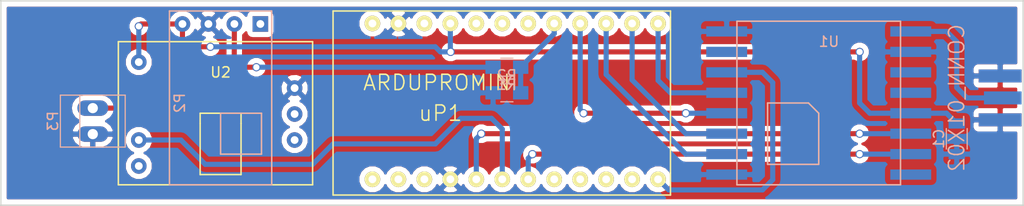
<source format=kicad_pcb>
(kicad_pcb (version 4) (host pcbnew 4.0.6)

  (general
    (links 32)
    (no_connects 2)
    (area 73.924999 99.924999 174.075001 120.075001)
    (thickness 1.6)
    (drawings 4)
    (tracks 79)
    (zones 0)
    (modules 9)
    (nets 16)
  )

  (page A4)
  (layers
    (0 F.Cu signal)
    (31 B.Cu signal)
    (32 B.Adhes user)
    (33 F.Adhes user)
    (34 B.Paste user)
    (35 F.Paste user)
    (36 B.SilkS user)
    (37 F.SilkS user)
    (38 B.Mask user)
    (39 F.Mask user)
    (40 Dwgs.User user)
    (41 Cmts.User user)
    (42 Eco1.User user)
    (43 Eco2.User user)
    (44 Edge.Cuts user)
    (45 Margin user)
    (46 B.CrtYd user)
    (47 F.CrtYd user)
    (48 B.Fab user)
    (49 F.Fab user)
  )

  (setup
    (last_trace_width 0.5)
    (trace_clearance 0.5)
    (zone_clearance 0.508)
    (zone_45_only no)
    (trace_min 0.5)
    (segment_width 0.2)
    (edge_width 0.15)
    (via_size 0.8)
    (via_drill 0.6)
    (via_min_size 0.8)
    (via_min_drill 0.6)
    (uvia_size 0.3)
    (uvia_drill 0.1)
    (uvias_allowed no)
    (uvia_min_size 0.2)
    (uvia_min_drill 0.1)
    (pcb_text_width 0.3)
    (pcb_text_size 1.5 1.5)
    (mod_edge_width 0.15)
    (mod_text_size 1 1)
    (mod_text_width 0.15)
    (pad_size 1.524 1.524)
    (pad_drill 0.762)
    (pad_to_mask_clearance 0.2)
    (aux_axis_origin 74 120)
    (grid_origin 74 120)
    (visible_elements 7FFFEFFF)
    (pcbplotparams
      (layerselection 0x00000_00000001)
      (usegerberextensions false)
      (excludeedgelayer true)
      (linewidth 0.100000)
      (plotframeref false)
      (viasonmask false)
      (mode 1)
      (useauxorigin false)
      (hpglpennumber 1)
      (hpglpenspeed 20)
      (hpglpendiameter 15)
      (hpglpenoverlay 2)
      (psnegative false)
      (psa4output false)
      (plotreference false)
      (plotvalue false)
      (plotinvisibletext false)
      (padsonsilk false)
      (subtractmaskfromsilk false)
      (outputformat 5)
      (mirror false)
      (drillshape 2)
      (scaleselection 1)
      (outputdirectory ""))
  )

  (net 0 "")
  (net 1 GND)
  (net 2 /Lora_MISO)
  (net 3 /Lora_MOSI)
  (net 4 /Lora_SCK)
  (net 5 "Net-(P1-Pad1)")
  (net 6 /PWR_OUT)
  (net 7 /BATT_IN)
  (net 8 /I2C_SDA)
  (net 9 /I2C_SCL)
  (net 10 /ACC_INT1)
  (net 11 /ADC_0)
  (net 12 "Net-(U1-Pad5)")
  (net 13 /Lora_RESET)
  (net 14 /Lora_DIO1)
  (net 15 /Lora_DIO0)

  (net_class Default "Tämä on oletuskytkentäverkkoluokka."
    (clearance 0.5)
    (trace_width 0.5)
    (via_dia 0.8)
    (via_drill 0.6)
    (uvia_dia 0.3)
    (uvia_drill 0.1)
    (add_net /ACC_INT1)
    (add_net /ADC_0)
    (add_net /BATT_IN)
    (add_net /I2C_SCL)
    (add_net /I2C_SDA)
    (add_net /Lora_DIO0)
    (add_net /Lora_DIO1)
    (add_net /Lora_MISO)
    (add_net /Lora_MOSI)
    (add_net /Lora_RESET)
    (add_net /Lora_SCK)
    (add_net /PWR_OUT)
    (add_net GND)
    (add_net "Net-(P1-Pad1)")
    (add_net "Net-(U1-Pad5)")
  )

  (module TPS61200_Tiny_Module (layer B.Cu) (tedit 58DCE785) (tstamp 58AEE407)
    (at 90.5 101 270)
    (path /58AEE323)
    (fp_text reference P2 (at 9 -1 270) (layer B.SilkS)
      (effects (font (size 1 1) (thickness 0.15)) (justify mirror))
    )
    (fp_text value CONN_01X04 (at 9 1 360) (layer B.Fab)
      (effects (font (size 1 1) (thickness 0.15)) (justify mirror))
    )
    (fp_line (start 10 -5) (end 14 -5) (layer B.SilkS) (width 0.15))
    (fp_line (start 14 -5) (end 14 -9) (layer B.SilkS) (width 0.15))
    (fp_line (start 14 -9) (end 10 -9) (layer B.SilkS) (width 0.15))
    (fp_line (start 10 -9) (end 10 -5) (layer B.SilkS) (width 0.15))
    (fp_line (start 17 0) (end 17 -10) (layer B.SilkS) (width 0.15))
    (fp_line (start 17 -10) (end 0 -10) (layer B.SilkS) (width 0.15))
    (fp_line (start 0 -10) (end 0 0) (layer B.SilkS) (width 0.15))
    (fp_line (start 0 0) (end 17 0) (layer B.SilkS) (width 0.15))
    (pad 1 thru_hole circle (at 1.27 -1.27 270) (size 1.524 1.524) (drill 0.762) (layers *.Cu *.Mask)
      (net 6 /PWR_OUT))
    (pad 2 thru_hole circle (at 1.27 -3.81 270) (size 1.524 1.524) (drill 0.762) (layers *.Cu *.Mask)
      (net 1 GND))
    (pad 3 thru_hole circle (at 1.27 -6.35 270) (size 1.524 1.524) (drill 0.762) (layers *.Cu *.Mask)
      (net 7 /BATT_IN))
    (pad 4 thru_hole rect (at 1.27 -8.89 270) (size 1.524 1.524) (drill 0.762) (layers *.Cu *.Mask))
  )

  (module ArduProMini_only_sideholes (layer F.Cu) (tedit 58DCE6F6) (tstamp 58D3B2D8)
    (at 124 110 90)
    (path /58C14A6F)
    (fp_text reference uP1 (at -1 -7 180) (layer F.SilkS)
      (effects (font (size 1.5 1.5) (thickness 0.15)))
    )
    (fp_text value ARDUPROMINI (at 2 -7 180) (layer F.SilkS)
      (effects (font (size 1.5 1.5) (thickness 0.15)))
    )
    (fp_line (start -9 -17.5) (end 9 -17.5) (layer F.SilkS) (width 0.15))
    (fp_line (start 9 -17.5) (end 9 15.5) (layer F.SilkS) (width 0.15))
    (fp_line (start 9 15.5) (end -9 15.5) (layer F.SilkS) (width 0.15))
    (fp_line (start -9 15.5) (end -9 -17.5) (layer F.SilkS) (width 0.15))
    (pad 1 smd circle (at -6.19 -16.19 90) (size 1.524 1.524) (layers Dwgs.User))
    (pad 2 smd circle (at -3.65 -16.19 90) (size 1.524 1.524) (layers Dwgs.User))
    (pad 3 smd circle (at -1.11 -16.19 90) (size 1.524 1.524) (layers Dwgs.User))
    (pad 4 smd circle (at 1.43 -16.19 90) (size 1.524 1.524) (layers Dwgs.User))
    (pad 5 smd circle (at 3.97 -16.19 90) (size 1.524 1.524) (layers Dwgs.User))
    (pad 6 smd circle (at 6.51 -16.19 90) (size 1.524 1.524) (layers Dwgs.User))
    (pad 7 thru_hole circle (at -7.46 -13.65 90) (size 1.524 1.524) (drill 0.762) (layers *.Cu *.Mask F.SilkS))
    (pad 8 thru_hole circle (at -7.46 -11.11 90) (size 1.524 1.524) (drill 0.762) (layers *.Cu *.Mask F.SilkS))
    (pad 9 thru_hole circle (at -7.46 -8.57 90) (size 1.524 1.524) (drill 0.762) (layers *.Cu *.Mask F.SilkS))
    (pad 10 thru_hole circle (at -7.46 -6.03 90) (size 1.524 1.524) (drill 0.762) (layers *.Cu *.Mask F.SilkS)
      (net 1 GND))
    (pad 11 thru_hole circle (at -7.46 -3.49 90) (size 1.524 1.524) (drill 0.762) (layers *.Cu *.Mask F.SilkS)
      (net 15 /Lora_DIO0))
    (pad 12 thru_hole circle (at -7.46 -0.95 90) (size 1.524 1.524) (drill 0.762) (layers *.Cu *.Mask F.SilkS)
      (net 10 /ACC_INT1))
    (pad 13 thru_hole circle (at -7.46 1.59 90) (size 1.524 1.524) (drill 0.762) (layers *.Cu *.Mask F.SilkS)
      (net 14 /Lora_DIO1))
    (pad 14 thru_hole circle (at -7.46 4.13 90) (size 1.524 1.524) (drill 0.762) (layers *.Cu *.Mask F.SilkS))
    (pad 15 thru_hole circle (at -7.46 6.67 90) (size 1.524 1.524) (drill 0.762) (layers *.Cu *.Mask F.SilkS))
    (pad 16 thru_hole circle (at -7.46 9.21 90) (size 1.524 1.524) (drill 0.762) (layers *.Cu *.Mask F.SilkS))
    (pad 17 thru_hole circle (at -7.46 11.75 90) (size 1.524 1.524) (drill 0.762) (layers *.Cu *.Mask F.SilkS))
    (pad 18 thru_hole circle (at -7.46 14.29 90) (size 1.524 1.524) (drill 0.762) (layers *.Cu *.Mask F.SilkS)
      (net 13 /Lora_RESET))
    (pad 19 thru_hole circle (at 7.78 -13.65 90) (size 1.524 1.524) (drill 0.762) (layers *.Cu *.Mask F.SilkS))
    (pad 20 thru_hole circle (at 7.78 -11.11 90) (size 1.524 1.524) (drill 0.762) (layers *.Cu *.Mask F.SilkS)
      (net 1 GND))
    (pad 21 thru_hole circle (at 7.78 -8.57 90) (size 1.524 1.524) (drill 0.762) (layers *.Cu *.Mask F.SilkS))
    (pad 22 thru_hole circle (at 7.78 -6.03 90) (size 1.524 1.524) (drill 0.762) (layers *.Cu *.Mask F.SilkS)
      (net 6 /PWR_OUT))
    (pad 23 thru_hole circle (at 7.78 -3.49 90) (size 1.524 1.524) (drill 0.762) (layers *.Cu *.Mask F.SilkS))
    (pad 24 thru_hole circle (at 7.78 -0.95 90) (size 1.524 1.524) (drill 0.762) (layers *.Cu *.Mask F.SilkS))
    (pad 25 thru_hole circle (at 7.78 1.59 90) (size 1.524 1.524) (drill 0.762) (layers *.Cu *.Mask F.SilkS))
    (pad 26 thru_hole circle (at 7.78 4.13 90) (size 1.524 1.524) (drill 0.762) (layers *.Cu *.Mask F.SilkS)
      (net 11 /ADC_0))
    (pad 27 thru_hole circle (at 7.78 6.67 90) (size 1.524 1.524) (drill 0.762) (layers *.Cu *.Mask F.SilkS)
      (net 4 /Lora_SCK))
    (pad 28 thru_hole circle (at 7.78 9.21 90) (size 1.524 1.524) (drill 0.762) (layers *.Cu *.Mask F.SilkS)
      (net 2 /Lora_MISO))
    (pad 29 thru_hole circle (at 7.78 11.75 90) (size 1.524 1.524) (drill 0.762) (layers *.Cu *.Mask F.SilkS)
      (net 3 /Lora_MOSI))
    (pad 30 thru_hole circle (at 7.78 14.29 90) (size 1.524 1.524) (drill 0.762) (layers *.Cu *.Mask F.SilkS)
      (net 12 "Net-(U1-Pad5)"))
    (pad 31 smd circle (at 4.859 -4.887 90) (size 1.5 1.5) (layers Dwgs.User)
      (net 9 /I2C_SCL))
    (pad 32 smd circle (at 4.859 -2.347 90) (size 1.5 1.5) (layers Dwgs.User)
      (net 8 /I2C_SDA))
    (pad 33 smd circle (at 4.859 5.527 90) (size 1.5 1.5) (layers Dwgs.User))
    (pad 34 smd circle (at 4.859 8.067 90) (size 1.5 1.5) (layers Dwgs.User))
  )

  (module ADXL345_BRKOUT (layer F.Cu) (tedit 58DCE68E) (tstamp 58AF1149)
    (at 95.5 110)
    (path /58AF0D5E)
    (fp_text reference U2 (at 0 -3) (layer F.SilkS)
      (effects (font (size 1 1) (thickness 0.15)))
    )
    (fp_text value ADXL345_brkout (at 0 -5) (layer F.Fab)
      (effects (font (size 1 1) (thickness 0.15)))
    )
    (fp_line (start 2 1) (end 2 2) (layer F.SilkS) (width 0.15))
    (fp_line (start -2 1) (end -2 2) (layer F.SilkS) (width 0.15))
    (fp_line (start -2 1) (end 2 1) (layer F.SilkS) (width 0.15))
    (fp_line (start 2 2) (end 2 7) (layer F.SilkS) (width 0.15))
    (fp_line (start 2 7) (end -2 7) (layer F.SilkS) (width 0.15))
    (fp_line (start -2 7) (end -2 2) (layer F.SilkS) (width 0.15))
    (fp_line (start 9 -6) (end 9 8) (layer F.SilkS) (width 0.15))
    (fp_line (start 9 8) (end -10 8) (layer F.SilkS) (width 0.15))
    (fp_line (start -10 8) (end -10 -6) (layer F.SilkS) (width 0.15))
    (fp_line (start -10 -6) (end 9 -6) (layer F.SilkS) (width 0.15))
    (pad 1 thru_hole circle (at -8 -4) (size 1.524 1.524) (drill 0.762) (layers *.Cu *.Mask)
      (net 6 /PWR_OUT))
    (pad 2 smd circle (at -8 -1.46) (size 1.524 1.524) (layers Dwgs.User))
    (pad 3 smd circle (at -8 1.08) (size 1.524 1.524) (layers Dwgs.User))
    (pad 4 thru_hole circle (at -8 3.62) (size 1.524 1.524) (drill 0.762) (layers *.Cu *.Mask)
      (net 10 /ACC_INT1))
    (pad 5 thru_hole circle (at -8 6.16) (size 1.524 1.524) (drill 0.762) (layers *.Cu *.Mask))
    (pad 6 smd circle (at 7.24 6.16) (size 1.524 1.524) (layers Dwgs.User))
    (pad 7 thru_hole circle (at 7.24 3.62) (size 1.524 1.524) (drill 0.762) (layers *.Cu *.Mask)
      (net 8 /I2C_SDA))
    (pad 8 thru_hole circle (at 7.24 1.08) (size 1.524 1.524) (drill 0.762) (layers *.Cu *.Mask)
      (net 9 /I2C_SCL))
    (pad 9 thru_hole circle (at 7.24 -1.46) (size 1.524 1.524) (drill 0.762) (layers *.Cu *.Mask)
      (net 1 GND))
    (pad 10 smd circle (at 7.24 -4) (size 1.524 1.524) (layers Dwgs.User))
  )

  (module MyLib:RFM95 (layer B.Cu) (tedit 58AC420B) (tstamp 58ACA137)
    (at 154 110)
    (path /58AC423B)
    (fp_text reference U1 (at 1 -6) (layer B.SilkS)
      (effects (font (size 1 1) (thickness 0.15)) (justify mirror))
    )
    (fp_text value RFM95 (at 1 -4) (layer B.Fab)
      (effects (font (size 1 1) (thickness 0.15)) (justify mirror))
    )
    (fp_line (start -5 6) (end -5 0) (layer B.SilkS) (width 0.15))
    (fp_line (start -5 0) (end -1 0) (layer B.SilkS) (width 0.15))
    (fp_line (start -1 0) (end 0 1) (layer B.SilkS) (width 0.15))
    (fp_line (start 0 1) (end 0 6) (layer B.SilkS) (width 0.15))
    (fp_line (start 0 6) (end -5 6) (layer B.SilkS) (width 0.15))
    (fp_line (start -8 -8) (end -8 8) (layer B.SilkS) (width 0.15))
    (fp_line (start -8 8) (end 8 8) (layer B.SilkS) (width 0.15))
    (fp_line (start 8 8) (end 8 -8) (layer B.SilkS) (width 0.15))
    (fp_line (start 8 -8) (end -8 -8) (layer B.SilkS) (width 0.15))
    (pad 1 smd rect (at -9 7) (size 4 1) (layers B.Cu B.Paste B.Mask)
      (net 1 GND))
    (pad 2 smd rect (at -9 5) (size 4 1) (layers B.Cu B.Paste B.Mask)
      (net 2 /Lora_MISO))
    (pad 3 smd rect (at -9 3) (size 4 1) (layers B.Cu B.Paste B.Mask)
      (net 3 /Lora_MOSI))
    (pad 4 smd rect (at -9 1) (size 4 1) (layers B.Cu B.Paste B.Mask)
      (net 4 /Lora_SCK))
    (pad 5 smd rect (at -9 -1) (size 4 1) (layers B.Cu B.Paste B.Mask)
      (net 12 "Net-(U1-Pad5)"))
    (pad 6 smd rect (at -9 -3) (size 4 1) (layers B.Cu B.Paste B.Mask)
      (net 13 /Lora_RESET))
    (pad 7 smd rect (at -9 -5) (size 4 1) (layers B.Cu B.Paste B.Mask))
    (pad 8 smd rect (at -9 -7) (size 4 1) (layers B.Cu B.Paste B.Mask)
      (net 1 GND))
    (pad 9 smd rect (at 9 -7) (size 4 1) (layers B.Cu B.Paste B.Mask)
      (net 5 "Net-(P1-Pad1)"))
    (pad 10 smd rect (at 9 -5) (size 4 1) (layers B.Cu B.Paste B.Mask)
      (net 1 GND))
    (pad 11 smd rect (at 9 -3) (size 4 1) (layers B.Cu B.Paste B.Mask))
    (pad 12 smd rect (at 9 -1) (size 4 1) (layers B.Cu B.Paste B.Mask))
    (pad 13 smd rect (at 9 1) (size 4 1) (layers B.Cu B.Paste B.Mask)
      (net 6 /PWR_OUT))
    (pad 14 smd rect (at 9 3) (size 4 1) (layers B.Cu B.Paste B.Mask)
      (net 15 /Lora_DIO0))
    (pad 15 smd rect (at 9 5) (size 4 1) (layers B.Cu B.Paste B.Mask)
      (net 14 /Lora_DIO1))
    (pad 16 smd rect (at 9 7) (size 4 1) (layers B.Cu B.Paste B.Mask))
  )

  (module Connectors:PINHEAD1-2 (layer B.Cu) (tedit 0) (tstamp 58AF1BED)
    (at 83 110.5 270)
    (path /58AF2934)
    (fp_text reference P3 (at 1.27 3.9 270) (layer B.SilkS)
      (effects (font (size 1 1) (thickness 0.15)) (justify mirror))
    )
    (fp_text value CONN_01X02 (at 1.27 -3.81 270) (layer B.Fab)
      (effects (font (size 1 1) (thickness 0.15)) (justify mirror))
    )
    (fp_line (start 3.81 1.27) (end -1.27 1.27) (layer B.SilkS) (width 0.12))
    (fp_line (start 3.81 -3.17) (end -1.27 -3.17) (layer B.SilkS) (width 0.12))
    (fp_line (start -1.27 3.17) (end 3.81 3.17) (layer B.SilkS) (width 0.12))
    (fp_line (start -1.27 3.17) (end -1.27 -3.17) (layer B.SilkS) (width 0.12))
    (fp_line (start 3.81 3.17) (end 3.81 -3.17) (layer B.SilkS) (width 0.12))
    (fp_line (start -1.52 3.42) (end 4.06 3.42) (layer B.CrtYd) (width 0.05))
    (fp_line (start -1.52 3.42) (end -1.52 -3.42) (layer B.CrtYd) (width 0.05))
    (fp_line (start 4.06 -3.42) (end 4.06 3.42) (layer B.CrtYd) (width 0.05))
    (fp_line (start 4.06 -3.42) (end -1.52 -3.42) (layer B.CrtYd) (width 0.05))
    (pad 1 thru_hole oval (at 0 0 270) (size 1.51 3.01) (drill 1) (layers *.Cu *.Mask)
      (net 7 /BATT_IN))
    (pad 2 thru_hole oval (at 2.54 0 270) (size 1.51 3.01) (drill 1) (layers *.Cu *.Mask)
      (net 1 GND))
  )

  (module Resistors_SMD:R_0805_HandSoldering (layer B.Cu) (tedit 58AADA1D) (tstamp 58D3B2C9)
    (at 123.5 106.5)
    (descr "Resistor SMD 0805, hand soldering")
    (tags "resistor 0805")
    (path /58B570FF)
    (attr smd)
    (fp_text reference R1 (at 0 1.7) (layer B.SilkS)
      (effects (font (size 1 1) (thickness 0.15)) (justify mirror))
    )
    (fp_text value 39k (at 0 -1.75) (layer B.Fab)
      (effects (font (size 1 1) (thickness 0.15)) (justify mirror))
    )
    (fp_text user %R (at 0 1.7) (layer B.Fab)
      (effects (font (size 1 1) (thickness 0.15)) (justify mirror))
    )
    (fp_line (start -1 -0.62) (end -1 0.62) (layer B.Fab) (width 0.1))
    (fp_line (start 1 -0.62) (end -1 -0.62) (layer B.Fab) (width 0.1))
    (fp_line (start 1 0.62) (end 1 -0.62) (layer B.Fab) (width 0.1))
    (fp_line (start -1 0.62) (end 1 0.62) (layer B.Fab) (width 0.1))
    (fp_line (start 0.6 -0.88) (end -0.6 -0.88) (layer B.SilkS) (width 0.12))
    (fp_line (start -0.6 0.88) (end 0.6 0.88) (layer B.SilkS) (width 0.12))
    (fp_line (start -2.35 0.9) (end 2.35 0.9) (layer B.CrtYd) (width 0.05))
    (fp_line (start -2.35 0.9) (end -2.35 -0.9) (layer B.CrtYd) (width 0.05))
    (fp_line (start 2.35 -0.9) (end 2.35 0.9) (layer B.CrtYd) (width 0.05))
    (fp_line (start 2.35 -0.9) (end -2.35 -0.9) (layer B.CrtYd) (width 0.05))
    (pad 1 smd rect (at -1.35 0) (size 1.5 1.3) (layers B.Cu B.Paste B.Mask)
      (net 7 /BATT_IN))
    (pad 2 smd rect (at 1.35 0) (size 1.5 1.3) (layers B.Cu B.Paste B.Mask)
      (net 11 /ADC_0))
    (model Resistors_SMD.3dshapes/R_0805.wrl
      (at (xyz 0 0 0))
      (scale (xyz 1 1 1))
      (rotate (xyz 0 0 0))
    )
  )

  (module Resistors_SMD:R_0805_HandSoldering (layer B.Cu) (tedit 58AADA1D) (tstamp 58D3B2CE)
    (at 123.5 109 180)
    (descr "Resistor SMD 0805, hand soldering")
    (tags "resistor 0805")
    (path /58B57434)
    (attr smd)
    (fp_text reference R2 (at 0 1.7 180) (layer B.SilkS)
      (effects (font (size 1 1) (thickness 0.15)) (justify mirror))
    )
    (fp_text value 120k (at 0 -1.75 180) (layer B.Fab)
      (effects (font (size 1 1) (thickness 0.15)) (justify mirror))
    )
    (fp_text user %R (at 0 1.7 180) (layer B.Fab)
      (effects (font (size 1 1) (thickness 0.15)) (justify mirror))
    )
    (fp_line (start -1 -0.62) (end -1 0.62) (layer B.Fab) (width 0.1))
    (fp_line (start 1 -0.62) (end -1 -0.62) (layer B.Fab) (width 0.1))
    (fp_line (start 1 0.62) (end 1 -0.62) (layer B.Fab) (width 0.1))
    (fp_line (start -1 0.62) (end 1 0.62) (layer B.Fab) (width 0.1))
    (fp_line (start 0.6 -0.88) (end -0.6 -0.88) (layer B.SilkS) (width 0.12))
    (fp_line (start -0.6 0.88) (end 0.6 0.88) (layer B.SilkS) (width 0.12))
    (fp_line (start -2.35 0.9) (end 2.35 0.9) (layer B.CrtYd) (width 0.05))
    (fp_line (start -2.35 0.9) (end -2.35 -0.9) (layer B.CrtYd) (width 0.05))
    (fp_line (start 2.35 -0.9) (end 2.35 0.9) (layer B.CrtYd) (width 0.05))
    (fp_line (start 2.35 -0.9) (end -2.35 -0.9) (layer B.CrtYd) (width 0.05))
    (pad 1 smd rect (at -1.35 0 180) (size 1.5 1.3) (layers B.Cu B.Paste B.Mask)
      (net 11 /ADC_0))
    (pad 2 smd rect (at 1.35 0 180) (size 1.5 1.3) (layers B.Cu B.Paste B.Mask)
      (net 1 GND))
    (model Resistors_SMD.3dshapes/R_0805.wrl
      (at (xyz 0 0 0))
      (scale (xyz 1 1 1))
      (rotate (xyz 0 0 0))
    )
  )

  (module MyLib:SMA_EDGE (layer B.Cu) (tedit 54067F78) (tstamp 58D3B325)
    (at 173.8415 109.5 270)
    (path /58AED1B7)
    (fp_text reference P1 (at 0 6.35 270) (layer B.SilkS) hide
      (effects (font (size 1.5 1.5) (thickness 0.15)) (justify mirror))
    )
    (fp_text value CONN_01X02 (at 0 6.35 450) (layer B.SilkS)
      (effects (font (size 1.5 1.5) (thickness 0.15)) (justify mirror))
    )
    (pad 2 smd rect (at -2.1463 2.0955 270) (size 1.27 4.191) (layers B.Cu B.Paste B.Mask)
      (net 1 GND))
    (pad 2 smd rect (at 2.1463 2.0955 270) (size 1.27 4.191) (layers B.Cu B.Paste B.Mask)
      (net 1 GND))
    (pad 1 smd rect (at 0 1.8415 270) (size 1.27 3.683) (layers B.Cu B.Paste B.Mask)
      (net 5 "Net-(P1-Pad1)"))
    (pad 2 smd rect (at -2.1463 2.0955 270) (size 1.27 4.191) (layers F.Cu B.Paste B.Mask)
      (net 1 GND))
    (pad 2 smd rect (at 2.1463 2.0955 270) (size 1.27 4.191) (layers F.Cu B.Paste B.Mask)
      (net 1 GND))
  )

  (module Capacitors_SMD:C_1206 (layer B.Cu) (tedit 58AA84B8) (tstamp 58D3B7C3)
    (at 167.5 113.5 270)
    (descr "Capacitor SMD 1206, reflow soldering, AVX (see smccp.pdf)")
    (tags "capacitor 1206")
    (path /58B598FF)
    (attr smd)
    (fp_text reference C1 (at 0 1.75 270) (layer B.SilkS)
      (effects (font (size 1 1) (thickness 0.15)) (justify mirror))
    )
    (fp_text value 0.1u (at 0 -2 270) (layer B.Fab)
      (effects (font (size 1 1) (thickness 0.15)) (justify mirror))
    )
    (fp_text user %R (at 0 1.75 270) (layer B.Fab)
      (effects (font (size 1 1) (thickness 0.15)) (justify mirror))
    )
    (fp_line (start -1.6 -0.8) (end -1.6 0.8) (layer B.Fab) (width 0.1))
    (fp_line (start 1.6 -0.8) (end -1.6 -0.8) (layer B.Fab) (width 0.1))
    (fp_line (start 1.6 0.8) (end 1.6 -0.8) (layer B.Fab) (width 0.1))
    (fp_line (start -1.6 0.8) (end 1.6 0.8) (layer B.Fab) (width 0.1))
    (fp_line (start 1 1.02) (end -1 1.02) (layer B.SilkS) (width 0.12))
    (fp_line (start -1 -1.02) (end 1 -1.02) (layer B.SilkS) (width 0.12))
    (fp_line (start -2.25 1.05) (end 2.25 1.05) (layer B.CrtYd) (width 0.05))
    (fp_line (start -2.25 1.05) (end -2.25 -1.05) (layer B.CrtYd) (width 0.05))
    (fp_line (start 2.25 -1.05) (end 2.25 1.05) (layer B.CrtYd) (width 0.05))
    (fp_line (start 2.25 -1.05) (end -2.25 -1.05) (layer B.CrtYd) (width 0.05))
    (pad 1 smd rect (at -1.5 0 270) (size 1 1.6) (layers B.Cu B.Paste B.Mask)
      (net 6 /PWR_OUT))
    (pad 2 smd rect (at 1.5 0 270) (size 1 1.6) (layers B.Cu B.Paste B.Mask)
      (net 1 GND))
    (model Capacitors_SMD.3dshapes/C_1206.wrl
      (at (xyz 0 0 0))
      (scale (xyz 1 1 1))
      (rotate (xyz 0 0 0))
    )
  )

  (gr_line (start 74 120) (end 174 120) (angle 90) (layer Edge.Cuts) (width 0.15))
  (gr_line (start 174 100) (end 174 120) (angle 90) (layer Edge.Cuts) (width 0.15))
  (gr_line (start 74 100) (end 174 100) (angle 90) (layer Edge.Cuts) (width 0.15))
  (gr_line (start 74 120) (end 74 100) (angle 90) (layer Edge.Cuts) (width 0.15))

  (segment (start 145 115) (end 141 115) (width 0.5) (layer B.Cu) (net 2))
  (segment (start 133.21 107.21) (end 133.21 102.22) (width 0.5) (layer B.Cu) (net 2) (tstamp 58DCE254))
  (segment (start 141 115) (end 133.21 107.21) (width 0.5) (layer B.Cu) (net 2) (tstamp 58DCE24E))
  (segment (start 145 113) (end 141 113) (width 0.5) (layer B.Cu) (net 3))
  (segment (start 135.75 107.75) (end 135.75 102.22) (width 0.5) (layer B.Cu) (net 3) (tstamp 58DCE247))
  (segment (start 141 113) (end 135.75 107.75) (width 0.5) (layer B.Cu) (net 3) (tstamp 58DCE23A))
  (segment (start 130.67 102.22) (end 130.67 110.67) (width 0.5) (layer B.Cu) (net 4))
  (segment (start 141 111) (end 145 111) (width 0.5) (layer B.Cu) (net 4) (tstamp 58DCE009))
  (via (at 141 111) (size 0.8) (drill 0.6) (layers F.Cu B.Cu) (net 4))
  (segment (start 131 111) (end 141 111) (width 0.5) (layer F.Cu) (net 4) (tstamp 58DCE000))
  (via (at 131 111) (size 0.8) (drill 0.6) (layers F.Cu B.Cu) (net 4))
  (segment (start 130.67 110.67) (end 131 111) (width 0.5) (layer B.Cu) (net 4) (tstamp 58DCDFF3))
  (segment (start 163 103) (end 166.5 103) (width 0.5) (layer B.Cu) (net 5))
  (segment (start 168.5 109.5) (end 172.1585 109.5) (width 0.5) (layer B.Cu) (net 5) (tstamp 58DA53AB))
  (segment (start 167.5 108.5) (end 168.5 109.5) (width 0.5) (layer B.Cu) (net 5) (tstamp 58DA53A9))
  (segment (start 167.5 104) (end 167.5 108.5) (width 0.5) (layer B.Cu) (net 5) (tstamp 58DA53A3))
  (segment (start 166.5 103) (end 167.5 104) (width 0.5) (layer B.Cu) (net 5) (tstamp 58DA539A))
  (segment (start 91.77 102.27) (end 91.77 103.77) (width 0.5) (layer F.Cu) (net 6))
  (segment (start 117 105) (end 118 105) (width 0.5) (layer B.Cu) (net 6) (tstamp 58DCF21E))
  (segment (start 116.5 104.5) (end 117 105) (width 0.5) (layer B.Cu) (net 6) (tstamp 58DCF211))
  (segment (start 94.5 104.5) (end 116.5 104.5) (width 0.5) (layer B.Cu) (net 6) (tstamp 58DCF210))
  (via (at 94.5 104.5) (size 0.8) (drill 0.6) (layers F.Cu B.Cu) (net 6))
  (segment (start 92.5 104.5) (end 94.5 104.5) (width 0.5) (layer F.Cu) (net 6) (tstamp 58DCF20D))
  (segment (start 91.77 103.77) (end 92.5 104.5) (width 0.5) (layer F.Cu) (net 6) (tstamp 58DCF209))
  (segment (start 91.77 102.27) (end 87.73 102.27) (width 0.5) (layer F.Cu) (net 6))
  (segment (start 87.5 102.5) (end 87.5 106) (width 0.5) (layer B.Cu) (net 6) (tstamp 58DCF179))
  (via (at 87.5 102.5) (size 0.8) (drill 0.6) (layers F.Cu B.Cu) (net 6))
  (segment (start 87.73 102.27) (end 87.5 102.5) (width 0.5) (layer F.Cu) (net 6) (tstamp 58DCF16D))
  (segment (start 117.97 102.22) (end 117.97 104.97) (width 0.5) (layer B.Cu) (net 6))
  (segment (start 117.97 104.97) (end 118 105) (width 0.5) (layer B.Cu) (net 6) (tstamp 58DCE10C))
  (segment (start 159 111) (end 163 111) (width 0.5) (layer B.Cu) (net 6) (tstamp 58DCE126))
  (via (at 118 105) (size 0.8) (drill 0.6) (layers F.Cu B.Cu) (net 6))
  (segment (start 118 105) (end 158 105) (width 0.5) (layer F.Cu) (net 6) (tstamp 58DCE111))
  (via (at 158 105) (size 0.8) (drill 0.6) (layers F.Cu B.Cu) (net 6))
  (segment (start 158 105) (end 158 110) (width 0.5) (layer B.Cu) (net 6) (tstamp 58DCE121))
  (segment (start 158 110) (end 159 111) (width 0.5) (layer B.Cu) (net 6) (tstamp 58DCE122))
  (segment (start 163 111) (end 166.5 111) (width 0.5) (layer B.Cu) (net 6))
  (segment (start 166.5 111) (end 167.5 112) (width 0.5) (layer B.Cu) (net 6) (tstamp 58DA5400))
  (segment (start 122.15 106.5) (end 99 106.5) (width 0.5) (layer B.Cu) (net 7))
  (segment (start 98 106.5) (end 96.826683 107.15) (width 0.5) (layer F.Cu) (net 7) (tstamp 58DCF1D7))
  (segment (start 99 106.5) (end 98 106.5) (width 0.5) (layer F.Cu) (net 7) (tstamp 58DCF1D6))
  (via (at 99 106.5) (size 0.8) (drill 0.6) (layers F.Cu B.Cu) (net 7))
  (segment (start 83 110.5) (end 92 110.5) (width 0.5) (layer F.Cu) (net 7))
  (segment (start 96.826683 107.3) (end 96.826683 107.15) (width 0.5) (layer F.Cu) (net 7) (tstamp 58DCF18D))
  (segment (start 96.826683 107.15) (end 96.85 102.27) (width 0.5) (layer F.Cu) (net 7) (tstamp 58DCF1DA))
  (segment (start 92 110.5) (end 96.826683 107.3) (width 0.5) (layer F.Cu) (net 7) (tstamp 58DCF188))
  (segment (start 122 111.5) (end 119 111.5) (width 0.5) (layer B.Cu) (net 10))
  (segment (start 123.05 112.55) (end 122 111.5) (width 0.5) (layer B.Cu) (net 10) (tstamp 58DCEFEE))
  (segment (start 123.05 117.46) (end 123.05 112.55) (width 0.5) (layer B.Cu) (net 10))
  (segment (start 91.62 113.62) (end 87.5 113.62) (width 0.5) (layer B.Cu) (net 10) (tstamp 58DCF243))
  (segment (start 94 116) (end 91.62 113.62) (width 0.5) (layer B.Cu) (net 10) (tstamp 58DCF240))
  (segment (start 104.5 116) (end 94 116) (width 0.5) (layer B.Cu) (net 10) (tstamp 58DCF23E))
  (segment (start 106.5 114) (end 104.5 116) (width 0.5) (layer B.Cu) (net 10) (tstamp 58DCF23A))
  (segment (start 116.5 114) (end 106.5 114) (width 0.5) (layer B.Cu) (net 10) (tstamp 58DCF235))
  (segment (start 119 111.5) (end 116.5 114) (width 0.5) (layer B.Cu) (net 10) (tstamp 58DCF22B))
  (segment (start 124.85 106.5) (end 124.85 109) (width 0.5) (layer B.Cu) (net 11))
  (segment (start 128.13 102.22) (end 128.13 103.22) (width 0.5) (layer B.Cu) (net 11))
  (segment (start 128.13 103.22) (end 124.85 106.5) (width 0.5) (layer B.Cu) (net 11) (tstamp 58DCE131))
  (segment (start 145 109) (end 139.5 109) (width 0.5) (layer B.Cu) (net 12))
  (segment (start 138.29 107.79) (end 138.29 102.22) (width 0.5) (layer B.Cu) (net 12) (tstamp 58DCDFA1))
  (segment (start 139.5 109) (end 138.29 107.79) (width 0.5) (layer B.Cu) (net 12) (tstamp 58DCDF97))
  (segment (start 145 107) (end 148.5 107) (width 0.5) (layer B.Cu) (net 13))
  (segment (start 139.33 118.5) (end 138.29 117.46) (width 0.5) (layer B.Cu) (net 13) (tstamp 58DCE1A6))
  (segment (start 148.5 118.5) (end 139.33 118.5) (width 0.5) (layer B.Cu) (net 13) (tstamp 58DCE19E))
  (segment (start 149.5 117.5) (end 148.5 118.5) (width 0.5) (layer B.Cu) (net 13) (tstamp 58DCE19A))
  (segment (start 149.5 108) (end 149.5 117.5) (width 0.5) (layer B.Cu) (net 13) (tstamp 58DCE191))
  (segment (start 148.5 107) (end 149.5 108) (width 0.5) (layer B.Cu) (net 13) (tstamp 58DCE172))
  (segment (start 163 115) (end 158 115) (width 0.5) (layer B.Cu) (net 14))
  (segment (start 125.59 115.41) (end 125.59 117.46) (width 0.5) (layer B.Cu) (net 14) (tstamp 58DCE07E))
  (segment (start 126 115) (end 125.59 115.41) (width 0.5) (layer B.Cu) (net 14) (tstamp 58DCE07D))
  (via (at 126 115) (size 0.8) (drill 0.6) (layers F.Cu B.Cu) (net 14))
  (segment (start 158 115) (end 126 115) (width 0.5) (layer F.Cu) (net 14) (tstamp 58DCE06B))
  (via (at 158 115) (size 0.8) (drill 0.6) (layers F.Cu B.Cu) (net 14))
  (segment (start 163 113) (end 158 113) (width 0.5) (layer B.Cu) (net 15))
  (segment (start 120.51 113.49) (end 120.51 117.46) (width 0.5) (layer B.Cu) (net 15) (tstamp 58DCE094))
  (segment (start 121 113) (end 120.51 113.49) (width 0.5) (layer B.Cu) (net 15) (tstamp 58DCE093))
  (via (at 121 113) (size 0.8) (drill 0.6) (layers F.Cu B.Cu) (net 15))
  (segment (start 158 113) (end 121 113) (width 0.5) (layer F.Cu) (net 15) (tstamp 58DCE08B))
  (via (at 158 113) (size 0.8) (drill 0.6) (layers F.Cu B.Cu) (net 15))

  (zone (net 1) (net_name GND) (layer F.Cu) (tstamp 58AEC5A2) (hatch edge 0.508)
    (connect_pads (clearance 0.508))
    (min_thickness 0.254)
    (fill yes (arc_segments 16) (thermal_gap 0.508) (thermal_bridge_width 0.508))
    (polygon
      (pts
        (xy 174 119.5) (xy 74 119.5) (xy 74 100.5) (xy 174 100.5)
      )
    )
    (filled_polygon
      (pts
        (xy 173.29 106.0837) (xy 172.03175 106.0837) (xy 171.873 106.24245) (xy 171.873 107.2267) (xy 171.893 107.2267)
        (xy 171.893 107.4807) (xy 171.873 107.4807) (xy 171.873 108.46495) (xy 172.03175 108.6237) (xy 173.29 108.6237)
        (xy 173.29 110.3763) (xy 172.03175 110.3763) (xy 171.873 110.53505) (xy 171.873 111.5193) (xy 171.893 111.5193)
        (xy 171.893 111.7733) (xy 171.873 111.7733) (xy 171.873 112.75755) (xy 172.03175 112.9163) (xy 173.29 112.9163)
        (xy 173.29 119.29) (xy 74.71 119.29) (xy 74.71 117.736661) (xy 108.952758 117.736661) (xy 109.16499 118.250303)
        (xy 109.55763 118.643629) (xy 110.0709 118.856757) (xy 110.626661 118.857242) (xy 111.140303 118.64501) (xy 111.533629 118.25237)
        (xy 111.619949 118.044488) (xy 111.70499 118.250303) (xy 112.09763 118.643629) (xy 112.6109 118.856757) (xy 113.166661 118.857242)
        (xy 113.680303 118.64501) (xy 114.073629 118.25237) (xy 114.159949 118.044488) (xy 114.24499 118.250303) (xy 114.63763 118.643629)
        (xy 115.1509 118.856757) (xy 115.706661 118.857242) (xy 116.220303 118.64501) (xy 116.425457 118.440213) (xy 117.169392 118.440213)
        (xy 117.238857 118.682397) (xy 117.762302 118.869144) (xy 118.317368 118.841362) (xy 118.701143 118.682397) (xy 118.770608 118.440213)
        (xy 117.97 117.639605) (xy 117.169392 118.440213) (xy 116.425457 118.440213) (xy 116.613629 118.25237) (xy 116.693395 118.060273)
        (xy 116.747603 118.191143) (xy 116.989787 118.260608) (xy 117.790395 117.46) (xy 118.149605 117.46) (xy 118.950213 118.260608)
        (xy 119.192397 118.191143) (xy 119.242509 118.050682) (xy 119.32499 118.250303) (xy 119.71763 118.643629) (xy 120.2309 118.856757)
        (xy 120.786661 118.857242) (xy 121.300303 118.64501) (xy 121.693629 118.25237) (xy 121.779949 118.044488) (xy 121.86499 118.250303)
        (xy 122.25763 118.643629) (xy 122.7709 118.856757) (xy 123.326661 118.857242) (xy 123.840303 118.64501) (xy 124.233629 118.25237)
        (xy 124.319949 118.044488) (xy 124.40499 118.250303) (xy 124.79763 118.643629) (xy 125.3109 118.856757) (xy 125.866661 118.857242)
        (xy 126.380303 118.64501) (xy 126.773629 118.25237) (xy 126.859949 118.044488) (xy 126.94499 118.250303) (xy 127.33763 118.643629)
        (xy 127.8509 118.856757) (xy 128.406661 118.857242) (xy 128.920303 118.64501) (xy 129.313629 118.25237) (xy 129.399949 118.044488)
        (xy 129.48499 118.250303) (xy 129.87763 118.643629) (xy 130.3909 118.856757) (xy 130.946661 118.857242) (xy 131.460303 118.64501)
        (xy 131.853629 118.25237) (xy 131.939949 118.044488) (xy 132.02499 118.250303) (xy 132.41763 118.643629) (xy 132.9309 118.856757)
        (xy 133.486661 118.857242) (xy 134.000303 118.64501) (xy 134.393629 118.25237) (xy 134.479949 118.044488) (xy 134.56499 118.250303)
        (xy 134.95763 118.643629) (xy 135.4709 118.856757) (xy 136.026661 118.857242) (xy 136.540303 118.64501) (xy 136.933629 118.25237)
        (xy 137.019949 118.044488) (xy 137.10499 118.250303) (xy 137.49763 118.643629) (xy 138.0109 118.856757) (xy 138.566661 118.857242)
        (xy 139.080303 118.64501) (xy 139.473629 118.25237) (xy 139.686757 117.7391) (xy 139.687242 117.183339) (xy 139.47501 116.669697)
        (xy 139.08237 116.276371) (xy 138.5691 116.063243) (xy 138.013339 116.062758) (xy 137.499697 116.27499) (xy 137.106371 116.66763)
        (xy 137.020051 116.875512) (xy 136.93501 116.669697) (xy 136.54237 116.276371) (xy 136.0291 116.063243) (xy 135.473339 116.062758)
        (xy 134.959697 116.27499) (xy 134.566371 116.66763) (xy 134.480051 116.875512) (xy 134.39501 116.669697) (xy 134.00237 116.276371)
        (xy 133.4891 116.063243) (xy 132.933339 116.062758) (xy 132.419697 116.27499) (xy 132.026371 116.66763) (xy 131.940051 116.875512)
        (xy 131.85501 116.669697) (xy 131.46237 116.276371) (xy 130.9491 116.063243) (xy 130.393339 116.062758) (xy 129.879697 116.27499)
        (xy 129.486371 116.66763) (xy 129.400051 116.875512) (xy 129.31501 116.669697) (xy 128.92237 116.276371) (xy 128.4091 116.063243)
        (xy 127.853339 116.062758) (xy 127.339697 116.27499) (xy 126.946371 116.66763) (xy 126.860051 116.875512) (xy 126.77501 116.669697)
        (xy 126.38237 116.276371) (xy 125.8691 116.063243) (xy 125.313339 116.062758) (xy 124.799697 116.27499) (xy 124.406371 116.66763)
        (xy 124.320051 116.875512) (xy 124.23501 116.669697) (xy 123.84237 116.276371) (xy 123.3291 116.063243) (xy 122.773339 116.062758)
        (xy 122.259697 116.27499) (xy 121.866371 116.66763) (xy 121.780051 116.875512) (xy 121.69501 116.669697) (xy 121.30237 116.276371)
        (xy 120.7891 116.063243) (xy 120.233339 116.062758) (xy 119.719697 116.27499) (xy 119.326371 116.66763) (xy 119.246605 116.859727)
        (xy 119.192397 116.728857) (xy 118.950213 116.659392) (xy 118.149605 117.46) (xy 117.790395 117.46) (xy 116.989787 116.659392)
        (xy 116.747603 116.728857) (xy 116.697491 116.869318) (xy 116.61501 116.669697) (xy 116.425432 116.479787) (xy 117.169392 116.479787)
        (xy 117.97 117.280395) (xy 118.770608 116.479787) (xy 118.701143 116.237603) (xy 118.177698 116.050856) (xy 117.622632 116.078638)
        (xy 117.238857 116.237603) (xy 117.169392 116.479787) (xy 116.425432 116.479787) (xy 116.22237 116.276371) (xy 115.7091 116.063243)
        (xy 115.153339 116.062758) (xy 114.639697 116.27499) (xy 114.246371 116.66763) (xy 114.160051 116.875512) (xy 114.07501 116.669697)
        (xy 113.68237 116.276371) (xy 113.1691 116.063243) (xy 112.613339 116.062758) (xy 112.099697 116.27499) (xy 111.706371 116.66763)
        (xy 111.620051 116.875512) (xy 111.53501 116.669697) (xy 111.14237 116.276371) (xy 110.6291 116.063243) (xy 110.073339 116.062758)
        (xy 109.559697 116.27499) (xy 109.166371 116.66763) (xy 108.953243 117.1809) (xy 108.952758 117.736661) (xy 74.71 117.736661)
        (xy 74.71 113.381971) (xy 80.902723 113.381971) (xy 80.917207 113.454597) (xy 81.177319 113.933076) (xy 81.600737 114.275592)
        (xy 82.123 114.43) (xy 82.873 114.43) (xy 82.873 113.167) (xy 83.127 113.167) (xy 83.127 114.43)
        (xy 83.877 114.43) (xy 84.399263 114.275592) (xy 84.822681 113.933076) (xy 84.842477 113.896661) (xy 86.102758 113.896661)
        (xy 86.31499 114.410303) (xy 86.70763 114.803629) (xy 86.915512 114.889949) (xy 86.709697 114.97499) (xy 86.316371 115.36763)
        (xy 86.103243 115.8809) (xy 86.102758 116.436661) (xy 86.31499 116.950303) (xy 86.70763 117.343629) (xy 87.2209 117.556757)
        (xy 87.776661 117.557242) (xy 88.290303 117.34501) (xy 88.683629 116.95237) (xy 88.896757 116.4391) (xy 88.897242 115.883339)
        (xy 88.68501 115.369697) (xy 88.29237 114.976371) (xy 88.084488 114.890051) (xy 88.290303 114.80501) (xy 88.683629 114.41237)
        (xy 88.896757 113.8991) (xy 88.897242 113.343339) (xy 88.68501 112.829697) (xy 88.29237 112.436371) (xy 87.7791 112.223243)
        (xy 87.223339 112.222758) (xy 86.709697 112.43499) (xy 86.316371 112.82763) (xy 86.103243 113.3409) (xy 86.102758 113.896661)
        (xy 84.842477 113.896661) (xy 85.082793 113.454597) (xy 85.097277 113.381971) (xy 84.974683 113.167) (xy 83.127 113.167)
        (xy 82.873 113.167) (xy 81.025317 113.167) (xy 80.902723 113.381971) (xy 74.71 113.381971) (xy 74.71 110.5)
        (xy 80.818075 110.5) (xy 80.923882 111.03193) (xy 81.225197 111.482878) (xy 81.673987 111.782751) (xy 81.600737 111.804408)
        (xy 81.177319 112.146924) (xy 80.917207 112.625403) (xy 80.902723 112.698029) (xy 81.025317 112.913) (xy 82.873 112.913)
        (xy 82.873 112.893) (xy 83.127 112.893) (xy 83.127 112.913) (xy 84.974683 112.913) (xy 85.097277 112.698029)
        (xy 85.082793 112.625403) (xy 84.822681 112.146924) (xy 84.399263 111.804408) (xy 84.326013 111.782751) (xy 84.774803 111.482878)
        (xy 84.840203 111.385) (xy 92 111.385) (xy 92.083941 111.368303) (xy 92.169527 111.368611) (xy 92.198673 111.356661)
        (xy 101.342758 111.356661) (xy 101.55499 111.870303) (xy 101.94763 112.263629) (xy 102.155512 112.349949) (xy 101.949697 112.43499)
        (xy 101.556371 112.82763) (xy 101.343243 113.3409) (xy 101.342758 113.896661) (xy 101.55499 114.410303) (xy 101.94763 114.803629)
        (xy 102.4609 115.016757) (xy 103.016661 115.017242) (xy 103.530303 114.80501) (xy 103.923629 114.41237) (xy 104.136757 113.8991)
        (xy 104.137242 113.343339) (xy 104.08007 113.204971) (xy 119.964821 113.204971) (xy 120.122058 113.585515) (xy 120.412954 113.876919)
        (xy 120.793223 114.03482) (xy 121.204971 114.035179) (xy 121.568433 113.885) (xy 157.432415 113.885) (xy 157.709627 114.000108)
        (xy 157.431567 114.115) (xy 126.567585 114.115) (xy 126.206777 113.96518) (xy 125.795029 113.964821) (xy 125.414485 114.122058)
        (xy 125.123081 114.412954) (xy 124.96518 114.793223) (xy 124.964821 115.204971) (xy 125.122058 115.585515) (xy 125.412954 115.876919)
        (xy 125.793223 116.03482) (xy 126.204971 116.035179) (xy 126.568433 115.885) (xy 157.432415 115.885) (xy 157.793223 116.03482)
        (xy 158.204971 116.035179) (xy 158.585515 115.877942) (xy 158.876919 115.587046) (xy 159.03482 115.206777) (xy 159.035179 114.795029)
        (xy 158.877942 114.414485) (xy 158.587046 114.123081) (xy 158.290373 113.999892) (xy 158.585515 113.877942) (xy 158.876919 113.587046)
        (xy 159.03482 113.206777) (xy 159.035179 112.795029) (xy 158.877942 112.414485) (xy 158.587046 112.123081) (xy 158.206777 111.96518)
        (xy 157.795029 111.964821) (xy 157.431567 112.115) (xy 121.567585 112.115) (xy 121.206777 111.96518) (xy 120.795029 111.964821)
        (xy 120.414485 112.122058) (xy 120.123081 112.412954) (xy 119.96518 112.793223) (xy 119.964821 113.204971) (xy 104.08007 113.204971)
        (xy 103.92501 112.829697) (xy 103.53237 112.436371) (xy 103.324488 112.350051) (xy 103.530303 112.26501) (xy 103.923629 111.87237)
        (xy 104.136757 111.3591) (xy 104.136891 111.204971) (xy 129.964821 111.204971) (xy 130.122058 111.585515) (xy 130.412954 111.876919)
        (xy 130.793223 112.03482) (xy 131.204971 112.035179) (xy 131.568433 111.885) (xy 140.432415 111.885) (xy 140.793223 112.03482)
        (xy 141.204971 112.035179) (xy 141.454563 111.93205) (xy 169.0155 111.93205) (xy 169.0155 112.407609) (xy 169.112173 112.640998)
        (xy 169.290801 112.819627) (xy 169.52419 112.9163) (xy 171.46025 112.9163) (xy 171.619 112.75755) (xy 171.619 111.7733)
        (xy 169.17425 111.7733) (xy 169.0155 111.93205) (xy 141.454563 111.93205) (xy 141.585515 111.877942) (xy 141.876919 111.587046)
        (xy 142.03482 111.206777) (xy 142.0351 110.884991) (xy 169.0155 110.884991) (xy 169.0155 111.36055) (xy 169.17425 111.5193)
        (xy 171.619 111.5193) (xy 171.619 110.53505) (xy 171.46025 110.3763) (xy 169.52419 110.3763) (xy 169.290801 110.472973)
        (xy 169.112173 110.651602) (xy 169.0155 110.884991) (xy 142.0351 110.884991) (xy 142.035179 110.795029) (xy 141.877942 110.414485)
        (xy 141.587046 110.123081) (xy 141.206777 109.96518) (xy 140.795029 109.964821) (xy 140.431567 110.115) (xy 131.567585 110.115)
        (xy 131.206777 109.96518) (xy 130.795029 109.964821) (xy 130.414485 110.122058) (xy 130.123081 110.412954) (xy 129.96518 110.793223)
        (xy 129.964821 111.204971) (xy 104.136891 111.204971) (xy 104.137242 110.803339) (xy 103.92501 110.289697) (xy 103.53237 109.896371)
        (xy 103.340273 109.816605) (xy 103.471143 109.762397) (xy 103.540608 109.520213) (xy 102.74 108.719605) (xy 101.939392 109.520213)
        (xy 102.008857 109.762397) (xy 102.149318 109.812509) (xy 101.949697 109.89499) (xy 101.556371 110.28763) (xy 101.343243 110.8009)
        (xy 101.342758 111.356661) (xy 92.198673 111.356661) (xy 92.251637 111.334946) (xy 92.338675 111.317633) (xy 92.409837 111.270084)
        (xy 92.489026 111.237617) (xy 96.871224 108.332302) (xy 101.330856 108.332302) (xy 101.358638 108.887368) (xy 101.517603 109.271143)
        (xy 101.759787 109.340608) (xy 102.560395 108.54) (xy 102.919605 108.54) (xy 103.720213 109.340608) (xy 103.962397 109.271143)
        (xy 104.149144 108.747698) (xy 104.121362 108.192632) (xy 103.962397 107.808857) (xy 103.720213 107.739392) (xy 102.919605 108.54)
        (xy 102.560395 108.54) (xy 101.759787 107.739392) (xy 101.517603 107.808857) (xy 101.330856 108.332302) (xy 96.871224 108.332302)
        (xy 97.315709 108.037617) (xy 97.378684 107.975094) (xy 97.452473 107.92579) (xy 97.500024 107.854624) (xy 97.560758 107.794326)
        (xy 97.582145 107.743215) (xy 97.91325 107.559787) (xy 101.939392 107.559787) (xy 102.74 108.360395) (xy 103.460945 107.63945)
        (xy 169.0155 107.63945) (xy 169.0155 108.115009) (xy 169.112173 108.348398) (xy 169.290801 108.527027) (xy 169.52419 108.6237)
        (xy 171.46025 108.6237) (xy 171.619 108.46495) (xy 171.619 107.4807) (xy 169.17425 107.4807) (xy 169.0155 107.63945)
        (xy 103.460945 107.63945) (xy 103.540608 107.559787) (xy 103.471143 107.317603) (xy 102.947698 107.130856) (xy 102.392632 107.158638)
        (xy 102.008857 107.317603) (xy 101.939392 107.559787) (xy 97.91325 107.559787) (xy 98.228759 107.385) (xy 98.432415 107.385)
        (xy 98.793223 107.53482) (xy 99.204971 107.535179) (xy 99.585515 107.377942) (xy 99.876919 107.087046) (xy 100.03482 106.706777)
        (xy 100.034919 106.592391) (xy 169.0155 106.592391) (xy 169.0155 107.06795) (xy 169.17425 107.2267) (xy 171.619 107.2267)
        (xy 171.619 106.24245) (xy 171.46025 106.0837) (xy 169.52419 106.0837) (xy 169.290801 106.180373) (xy 169.112173 106.359002)
        (xy 169.0155 106.592391) (xy 100.034919 106.592391) (xy 100.035179 106.295029) (xy 99.877942 105.914485) (xy 99.587046 105.623081)
        (xy 99.206777 105.46518) (xy 98.795029 105.464821) (xy 98.431567 105.615) (xy 98 105.615) (xy 97.950413 105.624864)
        (xy 97.900033 105.620665) (xy 97.782429 105.658278) (xy 97.71876 105.670942) (xy 97.720986 105.204971) (xy 116.964821 105.204971)
        (xy 117.122058 105.585515) (xy 117.412954 105.876919) (xy 117.793223 106.03482) (xy 118.204971 106.035179) (xy 118.568433 105.885)
        (xy 157.432415 105.885) (xy 157.793223 106.03482) (xy 158.204971 106.035179) (xy 158.585515 105.877942) (xy 158.876919 105.587046)
        (xy 159.03482 105.206777) (xy 159.035179 104.795029) (xy 158.877942 104.414485) (xy 158.587046 104.123081) (xy 158.206777 103.96518)
        (xy 157.795029 103.964821) (xy 157.431567 104.115) (xy 118.567585 104.115) (xy 118.206777 103.96518) (xy 117.795029 103.964821)
        (xy 117.414485 104.122058) (xy 117.123081 104.412954) (xy 116.96518 104.793223) (xy 116.964821 105.204971) (xy 97.720986 105.204971)
        (xy 97.729775 103.365694) (xy 97.993763 103.102167) (xy 98.024838 103.267317) (xy 98.16391 103.483441) (xy 98.37611 103.628431)
        (xy 98.628 103.67944) (xy 100.152 103.67944) (xy 100.387317 103.635162) (xy 100.603441 103.49609) (xy 100.748431 103.28389)
        (xy 100.79944 103.032) (xy 100.79944 102.496661) (xy 108.952758 102.496661) (xy 109.16499 103.010303) (xy 109.55763 103.403629)
        (xy 110.0709 103.616757) (xy 110.626661 103.617242) (xy 111.140303 103.40501) (xy 111.345457 103.200213) (xy 112.089392 103.200213)
        (xy 112.158857 103.442397) (xy 112.682302 103.629144) (xy 113.237368 103.601362) (xy 113.621143 103.442397) (xy 113.690608 103.200213)
        (xy 112.89 102.399605) (xy 112.089392 103.200213) (xy 111.345457 103.200213) (xy 111.533629 103.01237) (xy 111.613395 102.820273)
        (xy 111.667603 102.951143) (xy 111.909787 103.020608) (xy 112.710395 102.22) (xy 113.069605 102.22) (xy 113.870213 103.020608)
        (xy 114.112397 102.951143) (xy 114.162509 102.810682) (xy 114.24499 103.010303) (xy 114.63763 103.403629) (xy 115.1509 103.616757)
        (xy 115.706661 103.617242) (xy 116.220303 103.40501) (xy 116.613629 103.01237) (xy 116.699949 102.804488) (xy 116.78499 103.010303)
        (xy 117.17763 103.403629) (xy 117.6909 103.616757) (xy 118.246661 103.617242) (xy 118.760303 103.40501) (xy 119.153629 103.01237)
        (xy 119.239949 102.804488) (xy 119.32499 103.010303) (xy 119.71763 103.403629) (xy 120.2309 103.616757) (xy 120.786661 103.617242)
        (xy 121.300303 103.40501) (xy 121.693629 103.01237) (xy 121.779949 102.804488) (xy 121.86499 103.010303) (xy 122.25763 103.403629)
        (xy 122.7709 103.616757) (xy 123.326661 103.617242) (xy 123.840303 103.40501) (xy 124.233629 103.01237) (xy 124.319949 102.804488)
        (xy 124.40499 103.010303) (xy 124.79763 103.403629) (xy 125.3109 103.616757) (xy 125.866661 103.617242) (xy 126.380303 103.40501)
        (xy 126.773629 103.01237) (xy 126.859949 102.804488) (xy 126.94499 103.010303) (xy 127.33763 103.403629) (xy 127.8509 103.616757)
        (xy 128.406661 103.617242) (xy 128.920303 103.40501) (xy 129.313629 103.01237) (xy 129.399949 102.804488) (xy 129.48499 103.010303)
        (xy 129.87763 103.403629) (xy 130.3909 103.616757) (xy 130.946661 103.617242) (xy 131.460303 103.40501) (xy 131.853629 103.01237)
        (xy 131.939949 102.804488) (xy 132.02499 103.010303) (xy 132.41763 103.403629) (xy 132.9309 103.616757) (xy 133.486661 103.617242)
        (xy 134.000303 103.40501) (xy 134.393629 103.01237) (xy 134.479949 102.804488) (xy 134.56499 103.010303) (xy 134.95763 103.403629)
        (xy 135.4709 103.616757) (xy 136.026661 103.617242) (xy 136.540303 103.40501) (xy 136.933629 103.01237) (xy 137.019949 102.804488)
        (xy 137.10499 103.010303) (xy 137.49763 103.403629) (xy 138.0109 103.616757) (xy 138.566661 103.617242) (xy 139.080303 103.40501)
        (xy 139.473629 103.01237) (xy 139.686757 102.4991) (xy 139.687242 101.943339) (xy 139.47501 101.429697) (xy 139.08237 101.036371)
        (xy 138.5691 100.823243) (xy 138.013339 100.822758) (xy 137.499697 101.03499) (xy 137.106371 101.42763) (xy 137.020051 101.635512)
        (xy 136.93501 101.429697) (xy 136.54237 101.036371) (xy 136.0291 100.823243) (xy 135.473339 100.822758) (xy 134.959697 101.03499)
        (xy 134.566371 101.42763) (xy 134.480051 101.635512) (xy 134.39501 101.429697) (xy 134.00237 101.036371) (xy 133.4891 100.823243)
        (xy 132.933339 100.822758) (xy 132.419697 101.03499) (xy 132.026371 101.42763) (xy 131.940051 101.635512) (xy 131.85501 101.429697)
        (xy 131.46237 101.036371) (xy 130.9491 100.823243) (xy 130.393339 100.822758) (xy 129.879697 101.03499) (xy 129.486371 101.42763)
        (xy 129.400051 101.635512) (xy 129.31501 101.429697) (xy 128.92237 101.036371) (xy 128.4091 100.823243) (xy 127.853339 100.822758)
        (xy 127.339697 101.03499) (xy 126.946371 101.42763) (xy 126.860051 101.635512) (xy 126.77501 101.429697) (xy 126.38237 101.036371)
        (xy 125.8691 100.823243) (xy 125.313339 100.822758) (xy 124.799697 101.03499) (xy 124.406371 101.42763) (xy 124.320051 101.635512)
        (xy 124.23501 101.429697) (xy 123.84237 101.036371) (xy 123.3291 100.823243) (xy 122.773339 100.822758) (xy 122.259697 101.03499)
        (xy 121.866371 101.42763) (xy 121.780051 101.635512) (xy 121.69501 101.429697) (xy 121.30237 101.036371) (xy 120.7891 100.823243)
        (xy 120.233339 100.822758) (xy 119.719697 101.03499) (xy 119.326371 101.42763) (xy 119.240051 101.635512) (xy 119.15501 101.429697)
        (xy 118.76237 101.036371) (xy 118.2491 100.823243) (xy 117.693339 100.822758) (xy 117.179697 101.03499) (xy 116.786371 101.42763)
        (xy 116.700051 101.635512) (xy 116.61501 101.429697) (xy 116.22237 101.036371) (xy 115.7091 100.823243) (xy 115.153339 100.822758)
        (xy 114.639697 101.03499) (xy 114.246371 101.42763) (xy 114.166605 101.619727) (xy 114.112397 101.488857) (xy 113.870213 101.419392)
        (xy 113.069605 102.22) (xy 112.710395 102.22) (xy 111.909787 101.419392) (xy 111.667603 101.488857) (xy 111.617491 101.629318)
        (xy 111.53501 101.429697) (xy 111.345432 101.239787) (xy 112.089392 101.239787) (xy 112.89 102.040395) (xy 113.690608 101.239787)
        (xy 113.621143 100.997603) (xy 113.097698 100.810856) (xy 112.542632 100.838638) (xy 112.158857 100.997603) (xy 112.089392 101.239787)
        (xy 111.345432 101.239787) (xy 111.14237 101.036371) (xy 110.6291 100.823243) (xy 110.073339 100.822758) (xy 109.559697 101.03499)
        (xy 109.166371 101.42763) (xy 108.953243 101.9409) (xy 108.952758 102.496661) (xy 100.79944 102.496661) (xy 100.79944 101.508)
        (xy 100.755162 101.272683) (xy 100.61609 101.056559) (xy 100.40389 100.911569) (xy 100.152 100.86056) (xy 98.628 100.86056)
        (xy 98.392683 100.904838) (xy 98.176559 101.04391) (xy 98.031569 101.25611) (xy 97.994508 101.439124) (xy 97.64237 101.086371)
        (xy 97.1291 100.873243) (xy 96.573339 100.872758) (xy 96.059697 101.08499) (xy 95.666371 101.47763) (xy 95.586605 101.669727)
        (xy 95.532397 101.538857) (xy 95.290213 101.469392) (xy 94.489605 102.27) (xy 95.290213 103.070608) (xy 95.532397 103.001143)
        (xy 95.582509 102.860682) (xy 95.66499 103.060303) (xy 95.959803 103.355631) (xy 95.943231 106.82388) (xy 91.733277 109.615)
        (xy 84.840203 109.615) (xy 84.774803 109.517122) (xy 84.323855 109.215807) (xy 83.791925 109.11) (xy 82.208075 109.11)
        (xy 81.676145 109.215807) (xy 81.225197 109.517122) (xy 80.923882 109.96807) (xy 80.818075 110.5) (xy 74.71 110.5)
        (xy 74.71 106.276661) (xy 86.102758 106.276661) (xy 86.31499 106.790303) (xy 86.70763 107.183629) (xy 87.2209 107.396757)
        (xy 87.776661 107.397242) (xy 88.290303 107.18501) (xy 88.683629 106.79237) (xy 88.896757 106.2791) (xy 88.897242 105.723339)
        (xy 88.68501 105.209697) (xy 88.29237 104.816371) (xy 87.7791 104.603243) (xy 87.223339 104.602758) (xy 86.709697 104.81499)
        (xy 86.316371 105.20763) (xy 86.103243 105.7209) (xy 86.102758 106.276661) (xy 74.71 106.276661) (xy 74.71 102.704971)
        (xy 86.464821 102.704971) (xy 86.622058 103.085515) (xy 86.912954 103.376919) (xy 87.293223 103.53482) (xy 87.704971 103.535179)
        (xy 88.085515 103.377942) (xy 88.308846 103.155) (xy 90.679522 103.155) (xy 90.885 103.360837) (xy 90.885 103.769995)
        (xy 90.884999 103.77) (xy 90.923824 103.96518) (xy 90.952367 104.108675) (xy 91.076884 104.295029) (xy 91.14421 104.39579)
        (xy 91.874208 105.125787) (xy 91.87421 105.12579) (xy 92.161325 105.317633) (xy 92.217516 105.32881) (xy 92.5 105.385001)
        (xy 92.500005 105.385) (xy 93.932415 105.385) (xy 94.293223 105.53482) (xy 94.704971 105.535179) (xy 95.085515 105.377942)
        (xy 95.376919 105.087046) (xy 95.53482 104.706777) (xy 95.535179 104.295029) (xy 95.377942 103.914485) (xy 95.087046 103.623081)
        (xy 94.906568 103.54814) (xy 95.041143 103.492397) (xy 95.110608 103.250213) (xy 94.31 102.449605) (xy 93.509392 103.250213)
        (xy 93.578857 103.492397) (xy 93.922509 103.615) (xy 92.866579 103.615) (xy 92.655 103.40342) (xy 92.655 103.360478)
        (xy 92.953629 103.06237) (xy 93.033395 102.870273) (xy 93.087603 103.001143) (xy 93.329787 103.070608) (xy 94.130395 102.27)
        (xy 93.329787 101.469392) (xy 93.087603 101.538857) (xy 93.037491 101.679318) (xy 92.95501 101.479697) (xy 92.765432 101.289787)
        (xy 93.509392 101.289787) (xy 94.31 102.090395) (xy 95.110608 101.289787) (xy 95.041143 101.047603) (xy 94.517698 100.860856)
        (xy 93.962632 100.888638) (xy 93.578857 101.047603) (xy 93.509392 101.289787) (xy 92.765432 101.289787) (xy 92.56237 101.086371)
        (xy 92.0491 100.873243) (xy 91.493339 100.872758) (xy 90.979697 101.08499) (xy 90.679163 101.385) (xy 87.730005 101.385)
        (xy 87.73 101.384999) (xy 87.399414 101.450758) (xy 87.391325 101.452367) (xy 87.372585 101.464889) (xy 87.295029 101.464821)
        (xy 86.914485 101.622058) (xy 86.623081 101.912954) (xy 86.46518 102.293223) (xy 86.464821 102.704971) (xy 74.71 102.704971)
        (xy 74.71 100.71) (xy 173.29 100.71)
      )
    )
  )
  (zone (net 1) (net_name GND) (layer B.Cu) (tstamp 58AED6C3) (hatch edge 0.508)
    (connect_pads (clearance 0.508))
    (min_thickness 0.254)
    (fill yes (arc_segments 16) (thermal_gap 0.508) (thermal_bridge_width 0.508))
    (polygon
      (pts
        (xy 174 119.5) (xy 74 119.5) (xy 74 100.5) (xy 174 100.5)
      )
    )
    (filled_polygon
      (pts
        (xy 173.29 106.0837) (xy 172.03175 106.0837) (xy 171.873 106.24245) (xy 171.873 107.2267) (xy 171.893 107.2267)
        (xy 171.893 107.4807) (xy 171.873 107.4807) (xy 171.873 107.5007) (xy 171.619 107.5007) (xy 171.619 107.4807)
        (xy 169.17425 107.4807) (xy 169.0155 107.63945) (xy 169.0155 108.115009) (xy 169.112173 108.348398) (xy 169.290801 108.527027)
        (xy 169.503186 108.615) (xy 168.866579 108.615) (xy 168.385 108.13342) (xy 168.385 106.592391) (xy 169.0155 106.592391)
        (xy 169.0155 107.06795) (xy 169.17425 107.2267) (xy 171.619 107.2267) (xy 171.619 106.24245) (xy 171.46025 106.0837)
        (xy 169.52419 106.0837) (xy 169.290801 106.180373) (xy 169.112173 106.359002) (xy 169.0155 106.592391) (xy 168.385 106.592391)
        (xy 168.385 104.000005) (xy 168.385001 104) (xy 168.317634 103.661326) (xy 168.233345 103.535179) (xy 168.12579 103.37421)
        (xy 168.125787 103.374208) (xy 167.12579 102.37421) (xy 167.067108 102.335) (xy 166.838675 102.182367) (xy 166.782484 102.17119)
        (xy 166.5 102.114999) (xy 166.499995 102.115) (xy 165.506844 102.115) (xy 165.46409 102.048559) (xy 165.25189 101.903569)
        (xy 165 101.85256) (xy 161 101.85256) (xy 160.764683 101.896838) (xy 160.548559 102.03591) (xy 160.403569 102.24811)
        (xy 160.35256 102.5) (xy 160.35256 103.5) (xy 160.396838 103.735317) (xy 160.53591 103.951441) (xy 160.604006 103.997969)
        (xy 160.461673 104.140301) (xy 160.365 104.37369) (xy 160.365 104.71425) (xy 160.52375 104.873) (xy 162.873 104.873)
        (xy 162.873 104.853) (xy 163.127 104.853) (xy 163.127 104.873) (xy 165.47625 104.873) (xy 165.635 104.71425)
        (xy 165.635 104.37369) (xy 165.538327 104.140301) (xy 165.397089 103.999064) (xy 165.451441 103.96409) (xy 165.505481 103.885)
        (xy 166.13342 103.885) (xy 166.615 104.366579) (xy 166.615 108.499995) (xy 166.614999 108.5) (xy 166.651275 108.682367)
        (xy 166.682367 108.838675) (xy 166.86366 109.11) (xy 166.87421 109.12579) (xy 167.874208 110.125787) (xy 167.87421 110.12579)
        (xy 167.967804 110.188327) (xy 168.161326 110.317634) (xy 168.5 110.385001) (xy 168.500005 110.385) (xy 169.503186 110.385)
        (xy 169.290801 110.472973) (xy 169.112173 110.651602) (xy 169.0155 110.884991) (xy 169.0155 111.36055) (xy 169.17425 111.5193)
        (xy 171.619 111.5193) (xy 171.619 111.4993) (xy 171.873 111.4993) (xy 171.873 111.5193) (xy 171.893 111.5193)
        (xy 171.893 111.7733) (xy 171.873 111.7733) (xy 171.873 112.75755) (xy 172.03175 112.9163) (xy 173.29 112.9163)
        (xy 173.29 119.29) (xy 148.880031 119.29) (xy 149.12579 119.12579) (xy 149.125791 119.125789) (xy 150.125787 118.125792)
        (xy 150.12579 118.12579) (xy 150.253975 117.933946) (xy 150.317634 117.838674) (xy 150.385001 117.5) (xy 150.385 117.499995)
        (xy 150.385 108.000005) (xy 150.385001 108) (xy 150.317634 107.661326) (xy 150.233345 107.535179) (xy 150.12579 107.37421)
        (xy 150.125787 107.374208) (xy 149.12579 106.37421) (xy 149.05214 106.324999) (xy 148.838675 106.182367) (xy 148.782484 106.17119)
        (xy 148.5 106.114999) (xy 148.499995 106.115) (xy 147.506844 106.115) (xy 147.46409 106.048559) (xy 147.394289 106.000866)
        (xy 147.451441 105.96409) (xy 147.596431 105.75189) (xy 147.64744 105.5) (xy 147.64744 105.204971) (xy 156.964821 105.204971)
        (xy 157.115 105.568433) (xy 157.115 109.999995) (xy 157.114999 110) (xy 157.164018 110.246431) (xy 157.182367 110.338675)
        (xy 157.31358 110.53505) (xy 157.37421 110.62579) (xy 158.374208 111.625787) (xy 158.37421 111.62579) (xy 158.533715 111.732367)
        (xy 158.661326 111.817634) (xy 159 111.885001) (xy 159.000005 111.885) (xy 160.493156 111.885) (xy 160.53591 111.951441)
        (xy 160.605711 111.999134) (xy 160.548559 112.03591) (xy 160.494519 112.115) (xy 158.567585 112.115) (xy 158.206777 111.96518)
        (xy 157.795029 111.964821) (xy 157.414485 112.122058) (xy 157.123081 112.412954) (xy 156.96518 112.793223) (xy 156.964821 113.204971)
        (xy 157.122058 113.585515) (xy 157.412954 113.876919) (xy 157.709627 114.000108) (xy 157.414485 114.122058) (xy 157.123081 114.412954)
        (xy 156.96518 114.793223) (xy 156.964821 115.204971) (xy 157.122058 115.585515) (xy 157.412954 115.876919) (xy 157.793223 116.03482)
        (xy 158.204971 116.035179) (xy 158.568433 115.885) (xy 160.493156 115.885) (xy 160.53591 115.951441) (xy 160.605711 115.999134)
        (xy 160.548559 116.03591) (xy 160.403569 116.24811) (xy 160.35256 116.5) (xy 160.35256 117.5) (xy 160.396838 117.735317)
        (xy 160.53591 117.951441) (xy 160.74811 118.096431) (xy 161 118.14744) (xy 165 118.14744) (xy 165.235317 118.103162)
        (xy 165.451441 117.96409) (xy 165.596431 117.75189) (xy 165.64744 117.5) (xy 165.64744 116.5) (xy 165.603162 116.264683)
        (xy 165.46409 116.048559) (xy 165.394289 116.000866) (xy 165.451441 115.96409) (xy 165.596431 115.75189) (xy 165.64744 115.5)
        (xy 165.64744 115.28575) (xy 166.065 115.28575) (xy 166.065 115.626309) (xy 166.161673 115.859698) (xy 166.340301 116.038327)
        (xy 166.57369 116.135) (xy 167.21425 116.135) (xy 167.373 115.97625) (xy 167.373 115.127) (xy 167.627 115.127)
        (xy 167.627 115.97625) (xy 167.78575 116.135) (xy 168.42631 116.135) (xy 168.659699 116.038327) (xy 168.838327 115.859698)
        (xy 168.935 115.626309) (xy 168.935 115.28575) (xy 168.77625 115.127) (xy 167.627 115.127) (xy 167.373 115.127)
        (xy 166.22375 115.127) (xy 166.065 115.28575) (xy 165.64744 115.28575) (xy 165.64744 114.5) (xy 165.623674 114.373691)
        (xy 166.065 114.373691) (xy 166.065 114.71425) (xy 166.22375 114.873) (xy 167.373 114.873) (xy 167.373 114.02375)
        (xy 167.627 114.02375) (xy 167.627 114.873) (xy 168.77625 114.873) (xy 168.935 114.71425) (xy 168.935 114.373691)
        (xy 168.838327 114.140302) (xy 168.659699 113.961673) (xy 168.42631 113.865) (xy 167.78575 113.865) (xy 167.627 114.02375)
        (xy 167.373 114.02375) (xy 167.21425 113.865) (xy 166.57369 113.865) (xy 166.340301 113.961673) (xy 166.161673 114.140302)
        (xy 166.065 114.373691) (xy 165.623674 114.373691) (xy 165.603162 114.264683) (xy 165.46409 114.048559) (xy 165.394289 114.000866)
        (xy 165.451441 113.96409) (xy 165.596431 113.75189) (xy 165.64744 113.5) (xy 165.64744 112.5) (xy 165.603162 112.264683)
        (xy 165.46409 112.048559) (xy 165.394289 112.000866) (xy 165.451441 111.96409) (xy 165.505481 111.885) (xy 166.05256 111.885)
        (xy 166.05256 112.5) (xy 166.096838 112.735317) (xy 166.23591 112.951441) (xy 166.44811 113.096431) (xy 166.7 113.14744)
        (xy 168.3 113.14744) (xy 168.535317 113.103162) (xy 168.751441 112.96409) (xy 168.896431 112.75189) (xy 168.94744 112.5)
        (xy 168.94744 111.93205) (xy 169.0155 111.93205) (xy 169.0155 112.407609) (xy 169.112173 112.640998) (xy 169.290801 112.819627)
        (xy 169.52419 112.9163) (xy 171.46025 112.9163) (xy 171.619 112.75755) (xy 171.619 111.7733) (xy 169.17425 111.7733)
        (xy 169.0155 111.93205) (xy 168.94744 111.93205) (xy 168.94744 111.5) (xy 168.903162 111.264683) (xy 168.76409 111.048559)
        (xy 168.55189 110.903569) (xy 168.3 110.85256) (xy 167.60414 110.85256) (xy 167.12579 110.37421) (xy 167.061609 110.331326)
        (xy 166.838675 110.182367) (xy 166.782484 110.17119) (xy 166.5 110.114999) (xy 166.499995 110.115) (xy 165.506844 110.115)
        (xy 165.46409 110.048559) (xy 165.394289 110.000866) (xy 165.451441 109.96409) (xy 165.596431 109.75189) (xy 165.64744 109.5)
        (xy 165.64744 108.5) (xy 165.603162 108.264683) (xy 165.46409 108.048559) (xy 165.394289 108.000866) (xy 165.451441 107.96409)
        (xy 165.596431 107.75189) (xy 165.64744 107.5) (xy 165.64744 106.5) (xy 165.603162 106.264683) (xy 165.46409 106.048559)
        (xy 165.395994 106.002031) (xy 165.538327 105.859699) (xy 165.635 105.62631) (xy 165.635 105.28575) (xy 165.47625 105.127)
        (xy 163.127 105.127) (xy 163.127 105.147) (xy 162.873 105.147) (xy 162.873 105.127) (xy 160.52375 105.127)
        (xy 160.365 105.28575) (xy 160.365 105.62631) (xy 160.461673 105.859699) (xy 160.602911 106.000936) (xy 160.548559 106.03591)
        (xy 160.403569 106.24811) (xy 160.35256 106.5) (xy 160.35256 107.5) (xy 160.396838 107.735317) (xy 160.53591 107.951441)
        (xy 160.605711 107.999134) (xy 160.548559 108.03591) (xy 160.403569 108.24811) (xy 160.35256 108.5) (xy 160.35256 109.5)
        (xy 160.396838 109.735317) (xy 160.53591 109.951441) (xy 160.605711 109.999134) (xy 160.548559 110.03591) (xy 160.494519 110.115)
        (xy 159.366579 110.115) (xy 158.885 109.63342) (xy 158.885 105.567585) (xy 159.03482 105.206777) (xy 159.035179 104.795029)
        (xy 158.877942 104.414485) (xy 158.587046 104.123081) (xy 158.206777 103.96518) (xy 157.795029 103.964821) (xy 157.414485 104.122058)
        (xy 157.123081 104.412954) (xy 156.96518 104.793223) (xy 156.964821 105.204971) (xy 147.64744 105.204971) (xy 147.64744 104.5)
        (xy 147.603162 104.264683) (xy 147.46409 104.048559) (xy 147.395994 104.002031) (xy 147.538327 103.859699) (xy 147.635 103.62631)
        (xy 147.635 103.28575) (xy 147.47625 103.127) (xy 145.127 103.127) (xy 145.127 103.147) (xy 144.873 103.147)
        (xy 144.873 103.127) (xy 142.52375 103.127) (xy 142.365 103.28575) (xy 142.365 103.62631) (xy 142.461673 103.859699)
        (xy 142.602911 104.000936) (xy 142.548559 104.03591) (xy 142.403569 104.24811) (xy 142.35256 104.5) (xy 142.35256 105.5)
        (xy 142.396838 105.735317) (xy 142.53591 105.951441) (xy 142.605711 105.999134) (xy 142.548559 106.03591) (xy 142.403569 106.24811)
        (xy 142.35256 106.5) (xy 142.35256 107.5) (xy 142.396838 107.735317) (xy 142.53591 107.951441) (xy 142.605711 107.999134)
        (xy 142.548559 108.03591) (xy 142.494519 108.115) (xy 139.866579 108.115) (xy 139.175 107.42342) (xy 139.175 103.310478)
        (xy 139.473629 103.01237) (xy 139.686757 102.4991) (xy 139.686866 102.37369) (xy 142.365 102.37369) (xy 142.365 102.71425)
        (xy 142.52375 102.873) (xy 144.873 102.873) (xy 144.873 102.02375) (xy 145.127 102.02375) (xy 145.127 102.873)
        (xy 147.47625 102.873) (xy 147.635 102.71425) (xy 147.635 102.37369) (xy 147.538327 102.140301) (xy 147.359698 101.961673)
        (xy 147.126309 101.865) (xy 145.28575 101.865) (xy 145.127 102.02375) (xy 144.873 102.02375) (xy 144.71425 101.865)
        (xy 142.873691 101.865) (xy 142.640302 101.961673) (xy 142.461673 102.140301) (xy 142.365 102.37369) (xy 139.686866 102.37369)
        (xy 139.687242 101.943339) (xy 139.47501 101.429697) (xy 139.08237 101.036371) (xy 138.5691 100.823243) (xy 138.013339 100.822758)
        (xy 137.499697 101.03499) (xy 137.106371 101.42763) (xy 137.020051 101.635512) (xy 136.93501 101.429697) (xy 136.54237 101.036371)
        (xy 136.0291 100.823243) (xy 135.473339 100.822758) (xy 134.959697 101.03499) (xy 134.566371 101.42763) (xy 134.480051 101.635512)
        (xy 134.39501 101.429697) (xy 134.00237 101.036371) (xy 133.4891 100.823243) (xy 132.933339 100.822758) (xy 132.419697 101.03499)
        (xy 132.026371 101.42763) (xy 131.940051 101.635512) (xy 131.85501 101.429697) (xy 131.46237 101.036371) (xy 130.9491 100.823243)
        (xy 130.393339 100.822758) (xy 129.879697 101.03499) (xy 129.486371 101.42763) (xy 129.400051 101.635512) (xy 129.31501 101.429697)
        (xy 128.92237 101.036371) (xy 128.4091 100.823243) (xy 127.853339 100.822758) (xy 127.339697 101.03499) (xy 126.946371 101.42763)
        (xy 126.860051 101.635512) (xy 126.77501 101.429697) (xy 126.38237 101.036371) (xy 125.8691 100.823243) (xy 125.313339 100.822758)
        (xy 124.799697 101.03499) (xy 124.406371 101.42763) (xy 124.320051 101.635512) (xy 124.23501 101.429697) (xy 123.84237 101.036371)
        (xy 123.3291 100.823243) (xy 122.773339 100.822758) (xy 122.259697 101.03499) (xy 121.866371 101.42763) (xy 121.780051 101.635512)
        (xy 121.69501 101.429697) (xy 121.30237 101.036371) (xy 120.7891 100.823243) (xy 120.233339 100.822758) (xy 119.719697 101.03499)
        (xy 119.326371 101.42763) (xy 119.240051 101.635512) (xy 119.15501 101.429697) (xy 118.76237 101.036371) (xy 118.2491 100.823243)
        (xy 117.693339 100.822758) (xy 117.179697 101.03499) (xy 116.786371 101.42763) (xy 116.700051 101.635512) (xy 116.61501 101.429697)
        (xy 116.22237 101.036371) (xy 115.7091 100.823243) (xy 115.153339 100.822758) (xy 114.639697 101.03499) (xy 114.246371 101.42763)
        (xy 114.166605 101.619727) (xy 114.112397 101.488857) (xy 113.870213 101.419392) (xy 113.069605 102.22) (xy 113.870213 103.020608)
        (xy 114.112397 102.951143) (xy 114.162509 102.810682) (xy 114.24499 103.010303) (xy 114.63763 103.403629) (xy 115.146669 103.615)
        (xy 112.96489 103.615) (xy 113.237368 103.601362) (xy 113.621143 103.442397) (xy 113.690608 103.200213) (xy 112.89 102.399605)
        (xy 112.089392 103.200213) (xy 112.158857 103.442397) (xy 112.642657 103.615) (xy 110.632087 103.615) (xy 111.140303 103.40501)
        (xy 111.533629 103.01237) (xy 111.613395 102.820273) (xy 111.667603 102.951143) (xy 111.909787 103.020608) (xy 112.710395 102.22)
        (xy 111.909787 101.419392) (xy 111.667603 101.488857) (xy 111.617491 101.629318) (xy 111.53501 101.429697) (xy 111.345432 101.239787)
        (xy 112.089392 101.239787) (xy 112.89 102.040395) (xy 113.690608 101.239787) (xy 113.621143 100.997603) (xy 113.097698 100.810856)
        (xy 112.542632 100.838638) (xy 112.158857 100.997603) (xy 112.089392 101.239787) (xy 111.345432 101.239787) (xy 111.14237 101.036371)
        (xy 110.6291 100.823243) (xy 110.073339 100.822758) (xy 109.559697 101.03499) (xy 109.166371 101.42763) (xy 108.953243 101.9409)
        (xy 108.952758 102.496661) (xy 109.16499 103.010303) (xy 109.55763 103.403629) (xy 110.066669 103.615) (xy 100.41865 103.615)
        (xy 100.603441 103.49609) (xy 100.748431 103.28389) (xy 100.79944 103.032) (xy 100.79944 101.508) (xy 100.755162 101.272683)
        (xy 100.61609 101.056559) (xy 100.40389 100.911569) (xy 100.152 100.86056) (xy 98.628 100.86056) (xy 98.392683 100.904838)
        (xy 98.176559 101.04391) (xy 98.031569 101.25611) (xy 97.994508 101.439124) (xy 97.64237 101.086371) (xy 97.1291 100.873243)
        (xy 96.573339 100.872758) (xy 96.059697 101.08499) (xy 95.666371 101.47763) (xy 95.586605 101.669727) (xy 95.532397 101.538857)
        (xy 95.290213 101.469392) (xy 94.489605 102.27) (xy 95.290213 103.070608) (xy 95.532397 103.001143) (xy 95.582509 102.860682)
        (xy 95.66499 103.060303) (xy 96.05763 103.453629) (xy 96.446255 103.615) (xy 95.067585 103.615) (xy 94.906568 103.54814)
        (xy 95.041143 103.492397) (xy 95.110608 103.250213) (xy 94.31 102.449605) (xy 93.509392 103.250213) (xy 93.578857 103.492397)
        (xy 93.92737 103.616734) (xy 93.914485 103.622058) (xy 93.623081 103.912954) (xy 93.46518 104.293223) (xy 93.464821 104.704971)
        (xy 93.622058 105.085515) (xy 93.912954 105.376919) (xy 94.293223 105.53482) (xy 94.704971 105.535179) (xy 95.068433 105.385)
        (xy 116.133421 105.385) (xy 116.363421 105.615) (xy 99.567585 105.615) (xy 99.206777 105.46518) (xy 98.795029 105.464821)
        (xy 98.414485 105.622058) (xy 98.123081 105.912954) (xy 97.96518 106.293223) (xy 97.964821 106.704971) (xy 98.122058 107.085515)
        (xy 98.412954 107.376919) (xy 98.793223 107.53482) (xy 99.204971 107.535179) (xy 99.568433 107.385) (xy 101.989526 107.385)
        (xy 101.939392 107.559787) (xy 102.74 108.360395) (xy 103.540608 107.559787) (xy 103.490474 107.385) (xy 120.796778 107.385)
        (xy 120.796838 107.385317) (xy 120.93591 107.601441) (xy 121.14811 107.746431) (xy 121.181491 107.753191) (xy 121.040302 107.811673)
        (xy 120.861673 107.990301) (xy 120.765 108.22369) (xy 120.765 108.71425) (xy 120.92375 108.873) (xy 122.023 108.873)
        (xy 122.023 108.853) (xy 122.277 108.853) (xy 122.277 108.873) (xy 122.297 108.873) (xy 122.297 109.127)
        (xy 122.277 109.127) (xy 122.277 110.12625) (xy 122.43575 110.285) (xy 123.026309 110.285) (xy 123.259698 110.188327)
        (xy 123.438327 110.009699) (xy 123.494654 109.873713) (xy 123.496838 109.885317) (xy 123.63591 110.101441) (xy 123.84811 110.246431)
        (xy 124.1 110.29744) (xy 125.6 110.29744) (xy 125.835317 110.253162) (xy 126.051441 110.11409) (xy 126.196431 109.90189)
        (xy 126.24744 109.65) (xy 126.24744 108.35) (xy 126.203162 108.114683) (xy 126.06409 107.898559) (xy 125.85189 107.753569)
        (xy 125.838803 107.750919) (xy 126.051441 107.61409) (xy 126.196431 107.40189) (xy 126.24744 107.15) (xy 126.24744 106.35414)
        (xy 128.755787 103.845792) (xy 128.75579 103.84579) (xy 128.947633 103.558675) (xy 128.992544 103.332895) (xy 129.313629 103.01237)
        (xy 129.399949 102.804488) (xy 129.48499 103.010303) (xy 129.785 103.310837) (xy 129.785 110.669995) (xy 129.784999 110.67)
        (xy 129.827766 110.885) (xy 129.852367 111.008675) (xy 129.964845 111.177012) (xy 129.964821 111.204971) (xy 130.122058 111.585515)
        (xy 130.412954 111.876919) (xy 130.793223 112.03482) (xy 131.204971 112.035179) (xy 131.585515 111.877942) (xy 131.876919 111.587046)
        (xy 132.03482 111.206777) (xy 132.035179 110.795029) (xy 131.877942 110.414485) (xy 131.587046 110.123081) (xy 131.555 110.109774)
        (xy 131.555 103.310478) (xy 131.853629 103.01237) (xy 131.939949 102.804488) (xy 132.02499 103.010303) (xy 132.325 103.310837)
        (xy 132.325 107.209995) (xy 132.324999 107.21) (xy 132.35981 107.385001) (xy 132.392367 107.548675) (xy 132.566214 107.808857)
        (xy 132.58421 107.83579) (xy 140.374208 115.625787) (xy 140.37421 115.62579) (xy 140.661325 115.817633) (xy 140.717516 115.82881)
        (xy 141 115.885001) (xy 141.000005 115.885) (xy 142.493156 115.885) (xy 142.53591 115.951441) (xy 142.604006 115.997969)
        (xy 142.461673 116.140301) (xy 142.365 116.37369) (xy 142.365 116.71425) (xy 142.52375 116.873) (xy 144.873 116.873)
        (xy 144.873 116.853) (xy 145.127 116.853) (xy 145.127 116.873) (xy 147.47625 116.873) (xy 147.635 116.71425)
        (xy 147.635 116.37369) (xy 147.538327 116.140301) (xy 147.397089 115.999064) (xy 147.451441 115.96409) (xy 147.596431 115.75189)
        (xy 147.64744 115.5) (xy 147.64744 114.5) (xy 147.603162 114.264683) (xy 147.46409 114.048559) (xy 147.394289 114.000866)
        (xy 147.451441 113.96409) (xy 147.596431 113.75189) (xy 147.64744 113.5) (xy 147.64744 112.5) (xy 147.603162 112.264683)
        (xy 147.46409 112.048559) (xy 147.394289 112.000866) (xy 147.451441 111.96409) (xy 147.596431 111.75189) (xy 147.64744 111.5)
        (xy 147.64744 110.5) (xy 147.603162 110.264683) (xy 147.46409 110.048559) (xy 147.394289 110.000866) (xy 147.451441 109.96409)
        (xy 147.596431 109.75189) (xy 147.64744 109.5) (xy 147.64744 108.5) (xy 147.603162 108.264683) (xy 147.46409 108.048559)
        (xy 147.394289 108.000866) (xy 147.451441 107.96409) (xy 147.505481 107.885) (xy 148.13342 107.885) (xy 148.615 108.366579)
        (xy 148.615 117.133421) (xy 148.13342 117.615) (xy 147.635 117.615) (xy 147.635 117.28575) (xy 147.47625 117.127)
        (xy 145.127 117.127) (xy 145.127 117.147) (xy 144.873 117.147) (xy 144.873 117.127) (xy 142.52375 117.127)
        (xy 142.365 117.28575) (xy 142.365 117.615) (xy 139.696579 117.615) (xy 139.686874 117.605295) (xy 139.687242 117.183339)
        (xy 139.47501 116.669697) (xy 139.08237 116.276371) (xy 138.5691 116.063243) (xy 138.013339 116.062758) (xy 137.499697 116.27499)
        (xy 137.106371 116.66763) (xy 137.020051 116.875512) (xy 136.93501 116.669697) (xy 136.54237 116.276371) (xy 136.0291 116.063243)
        (xy 135.473339 116.062758) (xy 134.959697 116.27499) (xy 134.566371 116.66763) (xy 134.480051 116.875512) (xy 134.39501 116.669697)
        (xy 134.00237 116.276371) (xy 133.4891 116.063243) (xy 132.933339 116.062758) (xy 132.419697 116.27499) (xy 132.026371 116.66763)
        (xy 131.940051 116.875512) (xy 131.85501 116.669697) (xy 131.46237 116.276371) (xy 130.9491 116.063243) (xy 130.393339 116.062758)
        (xy 129.879697 116.27499) (xy 129.486371 116.66763) (xy 129.400051 116.875512) (xy 129.31501 116.669697) (xy 128.92237 116.276371)
        (xy 128.4091 116.063243) (xy 127.853339 116.062758) (xy 127.339697 116.27499) (xy 126.946371 116.66763) (xy 126.860051 116.875512)
        (xy 126.77501 116.669697) (xy 126.475 116.369163) (xy 126.475 115.923606) (xy 126.585515 115.877942) (xy 126.876919 115.587046)
        (xy 127.03482 115.206777) (xy 127.035179 114.795029) (xy 126.877942 114.414485) (xy 126.587046 114.123081) (xy 126.206777 113.96518)
        (xy 125.795029 113.964821) (xy 125.414485 114.122058) (xy 125.123081 114.412954) (xy 124.972269 114.776151) (xy 124.96421 114.78421)
        (xy 124.772367 115.071325) (xy 124.761292 115.127) (xy 124.704999 115.41) (xy 124.705 115.410005) (xy 124.705 116.369522)
        (xy 124.406371 116.66763) (xy 124.320051 116.875512) (xy 124.23501 116.669697) (xy 123.935 116.369163) (xy 123.935 112.550005)
        (xy 123.935001 112.55) (xy 123.867633 112.211325) (xy 123.848284 112.182367) (xy 123.67579 111.92421) (xy 123.675787 111.924208)
        (xy 122.62579 110.87421) (xy 122.516073 110.8009) (xy 122.338675 110.682367) (xy 122.276502 110.67) (xy 122 110.614999)
        (xy 121.999995 110.615) (xy 119.000005 110.615) (xy 119 110.614999) (xy 118.723498 110.67) (xy 118.661325 110.682367)
        (xy 118.37421 110.87421) (xy 118.374208 110.874213) (xy 116.13342 113.115) (xy 106.500005 113.115) (xy 106.5 113.114999)
        (xy 106.161325 113.182367) (xy 105.87421 113.37421) (xy 105.874208 113.374213) (xy 104.13342 115.115) (xy 94.366579 115.115)
        (xy 92.24579 112.99421) (xy 92.181781 112.951441) (xy 91.958675 112.802367) (xy 91.902484 112.79119) (xy 91.62 112.734999)
        (xy 91.619995 112.735) (xy 88.590478 112.735) (xy 88.29237 112.436371) (xy 87.7791 112.223243) (xy 87.223339 112.222758)
        (xy 86.709697 112.43499) (xy 86.316371 112.82763) (xy 86.103243 113.3409) (xy 86.102758 113.896661) (xy 86.31499 114.410303)
        (xy 86.70763 114.803629) (xy 86.915512 114.889949) (xy 86.709697 114.97499) (xy 86.316371 115.36763) (xy 86.103243 115.8809)
        (xy 86.102758 116.436661) (xy 86.31499 116.950303) (xy 86.70763 117.343629) (xy 87.2209 117.556757) (xy 87.776661 117.557242)
        (xy 88.290303 117.34501) (xy 88.683629 116.95237) (xy 88.896757 116.4391) (xy 88.897242 115.883339) (xy 88.68501 115.369697)
        (xy 88.29237 114.976371) (xy 88.084488 114.890051) (xy 88.290303 114.80501) (xy 88.590837 114.505) (xy 91.25342 114.505)
        (xy 93.374208 116.625787) (xy 93.37421 116.62579) (xy 93.506601 116.71425) (xy 93.661325 116.817633) (xy 94 116.885001)
        (xy 94.000005 116.885) (xy 104.499995 116.885) (xy 104.5 116.885001) (xy 104.782484 116.82881) (xy 104.838675 116.817633)
        (xy 105.12579 116.62579) (xy 105.125791 116.625789) (xy 106.866579 114.885) (xy 116.499995 114.885) (xy 116.5 114.885001)
        (xy 116.782484 114.82881) (xy 116.838675 114.817633) (xy 117.12579 114.62579) (xy 119.366579 112.385) (xy 120.151084 112.385)
        (xy 120.123081 112.412954) (xy 119.972269 112.776151) (xy 119.88421 112.86421) (xy 119.692367 113.151325) (xy 119.692367 113.151326)
        (xy 119.624999 113.49) (xy 119.625 113.490005) (xy 119.625 116.369522) (xy 119.326371 116.66763) (xy 119.246605 116.859727)
        (xy 119.192397 116.728857) (xy 118.950213 116.659392) (xy 118.149605 117.46) (xy 118.950213 118.260608) (xy 119.192397 118.191143)
        (xy 119.242509 118.050682) (xy 119.32499 118.250303) (xy 119.71763 118.643629) (xy 120.2309 118.856757) (xy 120.786661 118.857242)
        (xy 121.300303 118.64501) (xy 121.693629 118.25237) (xy 121.779949 118.044488) (xy 121.86499 118.250303) (xy 122.25763 118.643629)
        (xy 122.7709 118.856757) (xy 123.326661 118.857242) (xy 123.840303 118.64501) (xy 124.233629 118.25237) (xy 124.319949 118.044488)
        (xy 124.40499 118.250303) (xy 124.79763 118.643629) (xy 125.3109 118.856757) (xy 125.866661 118.857242) (xy 126.380303 118.64501)
        (xy 126.773629 118.25237) (xy 126.859949 118.044488) (xy 126.94499 118.250303) (xy 127.33763 118.643629) (xy 127.8509 118.856757)
        (xy 128.406661 118.857242) (xy 128.920303 118.64501) (xy 129.313629 118.25237) (xy 129.399949 118.044488) (xy 129.48499 118.250303)
        (xy 129.87763 118.643629) (xy 130.3909 118.856757) (xy 130.946661 118.857242) (xy 131.460303 118.64501) (xy 131.853629 118.25237)
        (xy 131.939949 118.044488) (xy 132.02499 118.250303) (xy 132.41763 118.643629) (xy 132.9309 118.856757) (xy 133.486661 118.857242)
        (xy 134.000303 118.64501) (xy 134.393629 118.25237) (xy 134.479949 118.044488) (xy 134.56499 118.250303) (xy 134.95763 118.643629)
        (xy 135.4709 118.856757) (xy 136.026661 118.857242) (xy 136.540303 118.64501) (xy 136.933629 118.25237) (xy 137.019949 118.044488)
        (xy 137.10499 118.250303) (xy 137.49763 118.643629) (xy 138.0109 118.856757) (xy 138.435548 118.857128) (xy 138.704208 119.125787)
        (xy 138.70421 119.12579) (xy 138.949969 119.29) (xy 74.71 119.29) (xy 74.71 117.736661) (xy 108.952758 117.736661)
        (xy 109.16499 118.250303) (xy 109.55763 118.643629) (xy 110.0709 118.856757) (xy 110.626661 118.857242) (xy 111.140303 118.64501)
        (xy 111.533629 118.25237) (xy 111.619949 118.044488) (xy 111.70499 118.250303) (xy 112.09763 118.643629) (xy 112.6109 118.856757)
        (xy 113.166661 118.857242) (xy 113.680303 118.64501) (xy 114.073629 118.25237) (xy 114.159949 118.044488) (xy 114.24499 118.250303)
        (xy 114.63763 118.643629) (xy 115.1509 118.856757) (xy 115.706661 118.857242) (xy 116.220303 118.64501) (xy 116.425457 118.440213)
        (xy 117.169392 118.440213) (xy 117.238857 118.682397) (xy 117.762302 118.869144) (xy 118.317368 118.841362) (xy 118.701143 118.682397)
        (xy 118.770608 118.440213) (xy 117.97 117.639605) (xy 117.169392 118.440213) (xy 116.425457 118.440213) (xy 116.613629 118.25237)
        (xy 116.693395 118.060273) (xy 116.747603 118.191143) (xy 116.989787 118.260608) (xy 117.790395 117.46) (xy 116.989787 116.659392)
        (xy 116.747603 116.728857) (xy 116.697491 116.869318) (xy 116.61501 116.669697) (xy 116.425432 116.479787) (xy 117.169392 116.479787)
        (xy 117.97 117.280395) (xy 118.770608 116.479787) (xy 118.701143 116.237603) (xy 118.177698 116.050856) (xy 117.622632 116.078638)
        (xy 117.238857 116.237603) (xy 117.169392 116.479787) (xy 116.425432 116.479787) (xy 116.22237 116.276371) (xy 115.7091 116.063243)
        (xy 115.153339 116.062758) (xy 114.639697 116.27499) (xy 114.246371 116.66763) (xy 114.160051 116.875512) (xy 114.07501 116.669697)
        (xy 113.68237 116.276371) (xy 113.1691 116.063243) (xy 112.613339 116.062758) (xy 112.099697 116.27499) (xy 111.706371 116.66763)
        (xy 111.620051 116.875512) (xy 111.53501 116.669697) (xy 111.14237 116.276371) (xy 110.6291 116.063243) (xy 110.073339 116.062758)
        (xy 109.559697 116.27499) (xy 109.166371 116.66763) (xy 108.953243 117.1809) (xy 108.952758 117.736661) (xy 74.71 117.736661)
        (xy 74.71 113.381971) (xy 80.902723 113.381971) (xy 80.917207 113.454597) (xy 81.177319 113.933076) (xy 81.600737 114.275592)
        (xy 82.123 114.43) (xy 82.873 114.43) (xy 82.873 113.167) (xy 83.127 113.167) (xy 83.127 114.43)
        (xy 83.877 114.43) (xy 84.399263 114.275592) (xy 84.822681 113.933076) (xy 85.082793 113.454597) (xy 85.097277 113.381971)
        (xy 84.974683 113.167) (xy 83.127 113.167) (xy 82.873 113.167) (xy 81.025317 113.167) (xy 80.902723 113.381971)
        (xy 74.71 113.381971) (xy 74.71 110.5) (xy 80.818075 110.5) (xy 80.923882 111.03193) (xy 81.225197 111.482878)
        (xy 81.673987 111.782751) (xy 81.600737 111.804408) (xy 81.177319 112.146924) (xy 80.917207 112.625403) (xy 80.902723 112.698029)
        (xy 81.025317 112.913) (xy 82.873 112.913) (xy 82.873 112.893) (xy 83.127 112.893) (xy 83.127 112.913)
        (xy 84.974683 112.913) (xy 85.097277 112.698029) (xy 85.082793 112.625403) (xy 84.822681 112.146924) (xy 84.399263 111.804408)
        (xy 84.326013 111.782751) (xy 84.774803 111.482878) (xy 84.859138 111.356661) (xy 101.342758 111.356661) (xy 101.55499 111.870303)
        (xy 101.94763 112.263629) (xy 102.155512 112.349949) (xy 101.949697 112.43499) (xy 101.556371 112.82763) (xy 101.343243 113.3409)
        (xy 101.342758 113.896661) (xy 101.55499 114.410303) (xy 101.94763 114.803629) (xy 102.4609 115.016757) (xy 103.016661 115.017242)
        (xy 103.530303 114.80501) (xy 103.923629 114.41237) (xy 104.136757 113.8991) (xy 104.137242 113.343339) (xy 103.92501 112.829697)
        (xy 103.53237 112.436371) (xy 103.324488 112.350051) (xy 103.530303 112.26501) (xy 103.923629 111.87237) (xy 104.136757 111.3591)
        (xy 104.137242 110.803339) (xy 103.92501 110.289697) (xy 103.53237 109.896371) (xy 103.340273 109.816605) (xy 103.471143 109.762397)
        (xy 103.540608 109.520213) (xy 102.74 108.719605) (xy 101.939392 109.520213) (xy 102.008857 109.762397) (xy 102.149318 109.812509)
        (xy 101.949697 109.89499) (xy 101.556371 110.28763) (xy 101.343243 110.8009) (xy 101.342758 111.356661) (xy 84.859138 111.356661)
        (xy 85.076118 111.03193) (xy 85.181925 110.5) (xy 85.076118 109.96807) (xy 84.774803 109.517122) (xy 84.323855 109.215807)
        (xy 83.791925 109.11) (xy 82.208075 109.11) (xy 81.676145 109.215807) (xy 81.225197 109.517122) (xy 80.923882 109.96807)
        (xy 80.818075 110.5) (xy 74.71 110.5) (xy 74.71 108.332302) (xy 101.330856 108.332302) (xy 101.358638 108.887368)
        (xy 101.517603 109.271143) (xy 101.759787 109.340608) (xy 102.560395 108.54) (xy 102.919605 108.54) (xy 103.720213 109.340608)
        (xy 103.91147 109.28575) (xy 120.765 109.28575) (xy 120.765 109.77631) (xy 120.861673 110.009699) (xy 121.040302 110.188327)
        (xy 121.273691 110.285) (xy 121.86425 110.285) (xy 122.023 110.12625) (xy 122.023 109.127) (xy 120.92375 109.127)
        (xy 120.765 109.28575) (xy 103.91147 109.28575) (xy 103.962397 109.271143) (xy 104.149144 108.747698) (xy 104.121362 108.192632)
        (xy 103.962397 107.808857) (xy 103.720213 107.739392) (xy 102.919605 108.54) (xy 102.560395 108.54) (xy 101.759787 107.739392)
        (xy 101.517603 107.808857) (xy 101.330856 108.332302) (xy 74.71 108.332302) (xy 74.71 106.276661) (xy 86.102758 106.276661)
        (xy 86.31499 106.790303) (xy 86.70763 107.183629) (xy 87.2209 107.396757) (xy 87.776661 107.397242) (xy 88.290303 107.18501)
        (xy 88.683629 106.79237) (xy 88.896757 106.2791) (xy 88.897242 105.723339) (xy 88.68501 105.209697) (xy 88.385 104.909163)
        (xy 88.385 103.067585) (xy 88.53482 102.706777) (xy 88.534959 102.546661) (xy 90.372758 102.546661) (xy 90.58499 103.060303)
        (xy 90.97763 103.453629) (xy 91.4909 103.666757) (xy 92.046661 103.667242) (xy 92.560303 103.45501) (xy 92.953629 103.06237)
        (xy 93.033395 102.870273) (xy 93.087603 103.001143) (xy 93.329787 103.070608) (xy 94.130395 102.27) (xy 93.329787 101.469392)
        (xy 93.087603 101.538857) (xy 93.037491 101.679318) (xy 92.95501 101.479697) (xy 92.765432 101.289787) (xy 93.509392 101.289787)
        (xy 94.31 102.090395) (xy 95.110608 101.289787) (xy 95.041143 101.047603) (xy 94.517698 100.860856) (xy 93.962632 100.888638)
        (xy 93.578857 101.047603) (xy 93.509392 101.289787) (xy 92.765432 101.289787) (xy 92.56237 101.086371) (xy 92.0491 100.873243)
        (xy 91.493339 100.872758) (xy 90.979697 101.08499) (xy 90.586371 101.47763) (xy 90.373243 101.9909) (xy 90.372758 102.546661)
        (xy 88.534959 102.546661) (xy 88.535179 102.295029) (xy 88.377942 101.914485) (xy 88.087046 101.623081) (xy 87.706777 101.46518)
        (xy 87.295029 101.464821) (xy 86.914485 101.622058) (xy 86.623081 101.912954) (xy 86.46518 102.293223) (xy 86.464821 102.704971)
        (xy 86.615 103.068433) (xy 86.615 104.909522) (xy 86.316371 105.20763) (xy 86.103243 105.7209) (xy 86.102758 106.276661)
        (xy 74.71 106.276661) (xy 74.71 100.71) (xy 173.29 100.71)
      )
    )
  )
)

</source>
